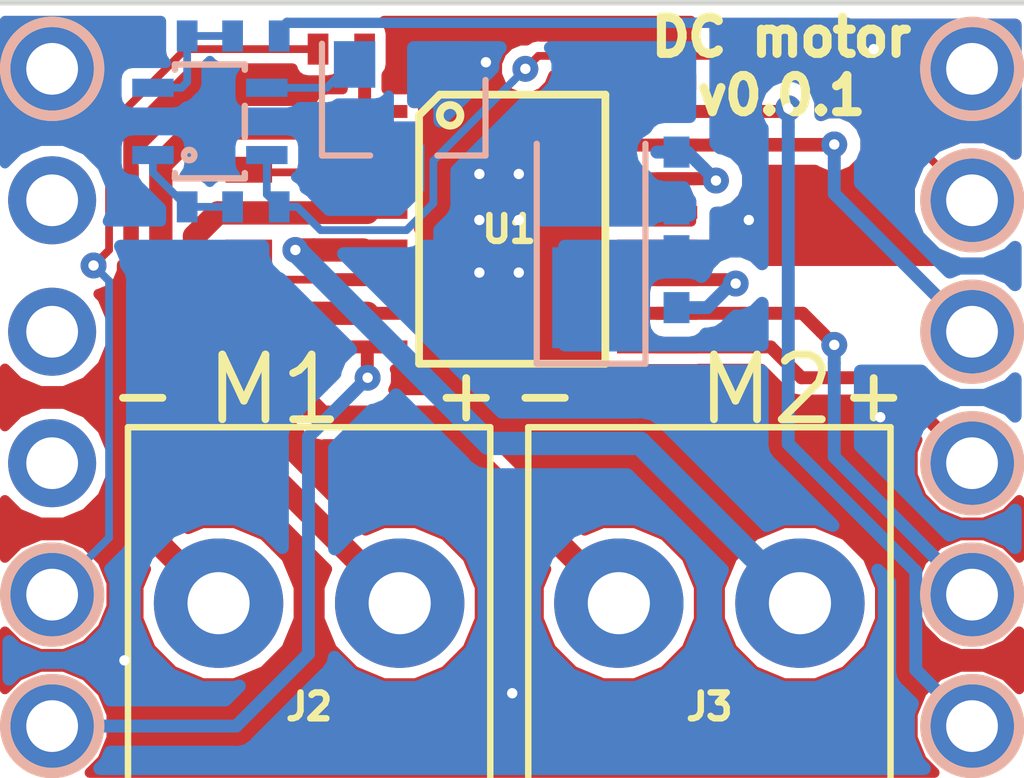
<source format=kicad_pcb>
(kicad_pcb (version 20171130) (host pcbnew "(5.0.1-3-g963ef8bb5)")

  (general
    (thickness 1.6)
    (drawings 27)
    (tracks 131)
    (zones 0)
    (modules 16)
    (nets 26)
  )

  (page A4)
  (layers
    (0 F.Cu signal hide)
    (31 B.Cu signal hide)
    (32 B.Adhes user hide)
    (33 F.Adhes user hide)
    (34 B.Paste user hide)
    (35 F.Paste user hide)
    (36 B.SilkS user)
    (37 F.SilkS user)
    (38 B.Mask user hide)
    (39 F.Mask user hide)
    (40 Dwgs.User user hide)
    (41 Cmts.User user hide)
    (42 Eco1.User user hide)
    (43 Eco2.User user hide)
    (44 Edge.Cuts user)
    (45 Margin user hide)
    (46 B.CrtYd user)
    (47 F.CrtYd user hide)
    (48 B.Fab user)
    (49 F.Fab user hide)
  )

  (setup
    (last_trace_width 0.15)
    (trace_clearance 0.2)
    (zone_clearance 0.2)
    (zone_45_only no)
    (trace_min 0.15)
    (segment_width 0.2)
    (edge_width 0.15)
    (via_size 0.5)
    (via_drill 0.2)
    (via_min_size 0.2)
    (via_min_drill 0.2)
    (uvia_size 0.3)
    (uvia_drill 0.1)
    (uvias_allowed no)
    (uvia_min_size 0.2)
    (uvia_min_drill 0.1)
    (pcb_text_width 0.3)
    (pcb_text_size 1.5 1.5)
    (mod_edge_width 0.15)
    (mod_text_size 1 1)
    (mod_text_width 0.15)
    (pad_size 1.524 1.524)
    (pad_drill 0.762)
    (pad_to_mask_clearance 0)
    (solder_mask_min_width 0.25)
    (aux_axis_origin 0 0)
    (grid_origin 90.412501 5.335001)
    (visible_elements 7EFFEF7F)
    (pcbplotparams
      (layerselection 0x3d0ef_ffffffff)
      (usegerberextensions false)
      (usegerberattributes false)
      (usegerberadvancedattributes false)
      (creategerberjobfile false)
      (excludeedgelayer true)
      (linewidth 0.100000)
      (plotframeref false)
      (viasonmask false)
      (mode 1)
      (useauxorigin false)
      (hpglpennumber 1)
      (hpglpenspeed 20)
      (hpglpendiameter 15.000000)
      (psnegative false)
      (psa4output false)
      (plotreference true)
      (plotvalue true)
      (plotinvisibletext false)
      (padsonsilk false)
      (subtractmaskfromsilk false)
      (outputformat 1)
      (mirror false)
      (drillshape 0)
      (scaleselection 1)
      (outputdirectory "gerber/"))
  )

  (net 0 "")
  (net 1 +3V3)
  (net 2 /Robus_PS)
  (net 3 /NO_PWM2)
  (net 4 /NO_PWM1)
  (net 5 /NC_PWM1)
  (net 6 /~nSLEEP)
  (net 7 "Net-(J1-Pad9)")
  (net 8 /NC_PWM2)
  (net 9 "Net-(J1-Pad10)")
  (net 10 /~nFAULT)
  (net 11 "Net-(J1-Pad8)")
  (net 12 "Net-(R1-Pad1)")
  (net 13 GND)
  (net 14 "Net-(R2-Pad1)")
  (net 15 "Net-(R3-Pad1)")
  (net 16 "Net-(J2-Pad1)")
  (net 17 "Net-(J2-Pad2)")
  (net 18 "Net-(J3-Pad2)")
  (net 19 "Net-(J3-Pad1)")
  (net 20 "Net-(C2-Pad2)")
  (net 21 "Net-(C3-Pad1)")
  (net 22 /Vmax)
  (net 23 "Net-(R6-Pad2)")
  (net 24 "Net-(Q1-Pad1)")
  (net 25 GNDPWR)

  (net_class Default "Ceci est la Netclass par défaut."
    (clearance 0.2)
    (trace_width 0.15)
    (via_dia 0.5)
    (via_drill 0.2)
    (uvia_dia 0.3)
    (uvia_drill 0.1)
    (add_net +3V3)
    (add_net /NC_PWM1)
    (add_net /NC_PWM2)
    (add_net /NO_PWM1)
    (add_net /NO_PWM2)
    (add_net /Robus_PS)
    (add_net /Vmax)
    (add_net /~nFAULT)
    (add_net /~nSLEEP)
    (add_net GND)
    (add_net GNDPWR)
    (add_net "Net-(C2-Pad2)")
    (add_net "Net-(C3-Pad1)")
    (add_net "Net-(J1-Pad10)")
    (add_net "Net-(J1-Pad8)")
    (add_net "Net-(J1-Pad9)")
    (add_net "Net-(Q1-Pad1)")
    (add_net "Net-(R1-Pad1)")
    (add_net "Net-(R2-Pad1)")
    (add_net "Net-(R3-Pad1)")
    (add_net "Net-(R6-Pad2)")
  )

  (net_class Moteur ""
    (clearance 0.2)
    (trace_width 0.45)
    (via_dia 0.5)
    (via_drill 0.2)
    (uvia_dia 0.3)
    (uvia_drill 0.1)
    (add_net "Net-(J2-Pad1)")
    (add_net "Net-(J2-Pad2)")
    (add_net "Net-(J3-Pad1)")
    (add_net "Net-(J3-Pad2)")
  )

  (module Common_Footprint:1776275-2 (layer F.Cu) (tedit 5B589473) (tstamp 5A9D22C7)
    (at 95.378201 2.960101)
    (path /5A9E07C2)
    (fp_text reference J2 (at 0 2) (layer F.SilkS)
      (effects (font (size 0.5 0.5) (thickness 0.125)))
    )
    (fp_text value 1776275-2 (at 0.2 -4.4) (layer F.Fab) hide
      (effects (font (size 1 1) (thickness 0.15)))
    )
    (fp_line (start -3.5 3.6) (end 3.5 3.6) (layer F.SilkS) (width 0.125))
    (fp_line (start 3.5 3.6) (end 3.5 -3.4) (layer F.SilkS) (width 0.125))
    (fp_line (start 3.5 -3.4) (end -3.5 -3.4) (layer F.SilkS) (width 0.125))
    (fp_line (start -3.5 -3.4) (end -3.5 3.6) (layer F.SilkS) (width 0.125))
    (pad 1 thru_hole circle (at -1.75 0) (size 2.5 2.5) (drill 1.2) (layers *.Cu *.Mask)
      (net 16 "Net-(J2-Pad1)"))
    (pad 2 thru_hole circle (at 1.75 0 180) (size 2.5 2.5) (drill 1.2) (layers *.Cu *.Mask)
      (net 17 "Net-(J2-Pad2)"))
    (model ${KISYS3DMOD}/c-1776275-2-a-3d.step
      (at (xyz 0 0 0))
      (scale (xyz 1 1 1))
      (rotate (xyz 0 0 0))
    )
  )

  (module Common_Footprint:1776275-2 (layer F.Cu) (tedit 5B589473) (tstamp 5A9D23E7)
    (at 103.112501 2.960101)
    (path /5A9E0ACD)
    (fp_text reference J3 (at 0 2) (layer F.SilkS)
      (effects (font (size 0.5 0.5) (thickness 0.125)))
    )
    (fp_text value 1776275-2 (at 0.2 -4.4) (layer F.Fab) hide
      (effects (font (size 1 1) (thickness 0.15)))
    )
    (fp_line (start -3.5 3.6) (end 3.5 3.6) (layer F.SilkS) (width 0.125))
    (fp_line (start 3.5 3.6) (end 3.5 -3.4) (layer F.SilkS) (width 0.125))
    (fp_line (start 3.5 -3.4) (end -3.5 -3.4) (layer F.SilkS) (width 0.125))
    (fp_line (start -3.5 -3.4) (end -3.5 3.6) (layer F.SilkS) (width 0.125))
    (pad 1 thru_hole circle (at -1.75 0) (size 2.5 2.5) (drill 1.2) (layers *.Cu *.Mask)
      (net 19 "Net-(J3-Pad1)"))
    (pad 2 thru_hole circle (at 1.75 0 180) (size 2.5 2.5) (drill 1.2) (layers *.Cu *.Mask)
      (net 18 "Net-(J3-Pad2)"))
    (model ${KISYS3DMOD}/c-1776275-2-a-3d.step
      (at (xyz 0 0 0))
      (scale (xyz 1 1 1))
      (rotate (xyz 0 0 0))
    )
  )

  (module Common_Footprint:SOT-23 (layer B.Cu) (tedit 5AB3C0F4) (tstamp 5A9DD5E5)
    (at 97.016501 -6.729999 270)
    (path /5A9E5DD0)
    (fp_text reference Q1 (at 0 2.5 270) (layer B.SilkS) hide
      (effects (font (size 1 1) (thickness 0.15)) (justify mirror))
    )
    (fp_text value PMV25ENEA (at 0 -2.5 270) (layer B.Fab) hide
      (effects (font (size 1 1) (thickness 0.15)) (justify mirror))
    )
    (fp_line (start -0.42 0.76) (end -0.42 -1.69) (layer B.Fab) (width 0.1))
    (fp_line (start 0.13 1.33) (end 0.98 1.33) (layer B.Fab) (width 0.1))
    (fp_line (start 1.04 -1.77) (end -0.42 -1.77) (layer B.SilkS) (width 0.12))
    (fp_line (start 1.04 1.39) (end -1.12 1.39) (layer B.SilkS) (width 0.12))
    (fp_line (start -1.42 -1.94) (end -1.42 1.56) (layer B.CrtYd) (width 0.05))
    (fp_line (start 1.98 -1.94) (end -1.42 -1.94) (layer B.CrtYd) (width 0.05))
    (fp_line (start 1.98 1.56) (end 1.98 -1.94) (layer B.CrtYd) (width 0.05))
    (fp_line (start -1.42 1.56) (end 1.98 1.56) (layer B.CrtYd) (width 0.05))
    (fp_line (start 1.04 1.39) (end 1.04 0.46) (layer B.SilkS) (width 0.12))
    (fp_line (start 1.04 -1.77) (end 1.04 -0.84) (layer B.SilkS) (width 0.12))
    (fp_line (start -0.42 -1.71) (end 0.98 -1.71) (layer B.Fab) (width 0.1))
    (fp_line (start 0.98 1.33) (end 0.98 -1.71) (layer B.Fab) (width 0.1))
    (fp_line (start -0.42 0.76) (end 0.13 1.33) (layer B.Fab) (width 0.1))
    (fp_text user %R (at 0.28 -0.19 180) (layer B.Fab)
      (effects (font (size 0.5 0.5) (thickness 0.075)) (justify mirror))
    )
    (pad 3 smd rect (at 1.28 -0.19 270) (size 0.9 0.8) (layers B.Cu B.Paste B.Mask)
      (net 13 GND))
    (pad 2 smd rect (at -0.72 -1.14 270) (size 0.9 0.8) (layers B.Cu B.Paste B.Mask)
      (net 25 GNDPWR))
    (pad 1 smd rect (at -0.72 0.76 270) (size 0.9 0.8) (layers B.Cu B.Paste B.Mask)
      (net 24 "Net-(Q1-Pad1)"))
    (model ${KISYS3DMOD}/SOT-23.step
      (offset (xyz 0.25 -0.15 0.5))
      (scale (xyz 1 1 1))
      (rotate (xyz -90 0 -90))
    )
  )

  (module Common_Footprint:R_0402_NoSilk (layer F.Cu) (tedit 5E8B6747) (tstamp 5A9D2407)
    (at 96.000501 -7.745999 180)
    (descr "Resistor SMD 0402, reflow soldering, Vishay (see dcrcw.pdf)")
    (tags "resistor 0402")
    (path /5A9DF2DE)
    (attr smd)
    (fp_text reference R1 (at -1.524 0 180) (layer F.Fab) hide
      (effects (font (size 0.75 0.75) (thickness 0.125)))
    )
    (fp_text value 20k (at 0 1.25 180) (layer F.Fab) hide
      (effects (font (size 1 1) (thickness 0.15)))
    )
    (fp_line (start 0.8 0.45) (end -0.8 0.45) (layer F.CrtYd) (width 0.05))
    (fp_line (start 0.8 0.45) (end 0.8 -0.45) (layer F.CrtYd) (width 0.05))
    (fp_line (start -0.8 -0.45) (end -0.8 0.45) (layer F.CrtYd) (width 0.05))
    (fp_line (start -0.8 -0.45) (end 0.8 -0.45) (layer F.CrtYd) (width 0.05))
    (fp_line (start -0.5 -0.25) (end 0.5 -0.25) (layer F.Fab) (width 0.1))
    (fp_line (start 0.5 -0.25) (end 0.5 0.25) (layer F.Fab) (width 0.1))
    (fp_line (start 0.5 0.25) (end -0.5 0.25) (layer F.Fab) (width 0.1))
    (fp_line (start -0.5 0.25) (end -0.5 -0.25) (layer F.Fab) (width 0.1))
    (pad 2 smd rect (at 0.45 0 180) (size 0.4 0.6) (layers F.Cu F.Paste F.Mask)
      (net 6 /~nSLEEP))
    (pad 1 smd rect (at -0.45 0 180) (size 0.4 0.6) (layers F.Cu F.Paste F.Mask)
      (net 12 "Net-(R1-Pad1)"))
    (model "${KISYS3DMOD}/0402 SMD Resistor.step"
      (at (xyz 0 0 0))
      (scale (xyz 1 1 1))
      (rotate (xyz 0 0 90))
    )
  )

  (module Common_Footprint:R_0603 (layer F.Cu) (tedit 5AB3A492) (tstamp 5AA00429)
    (at 94.212501 -3.064999 270)
    (descr "Resistor SMD 0603, reflow soldering, Vishay (see dcrcw.pdf)")
    (tags "resistor 0603")
    (path /5A9DE2E6)
    (attr smd)
    (fp_text reference R2 (at 0 -1.45 270) (layer F.SilkS) hide
      (effects (font (size 1 1) (thickness 0.15)))
    )
    (fp_text value 300m (at 0 1.5 270) (layer F.Fab) hide
      (effects (font (size 1 1) (thickness 0.15)))
    )
    (fp_line (start 1.25 0.7) (end -1.25 0.7) (layer F.CrtYd) (width 0.05))
    (fp_line (start 1.25 0.7) (end 1.25 -0.7) (layer F.CrtYd) (width 0.05))
    (fp_line (start -1.25 -0.7) (end -1.25 0.7) (layer F.CrtYd) (width 0.05))
    (fp_line (start -1.25 -0.7) (end 1.25 -0.7) (layer F.CrtYd) (width 0.05))
    (fp_line (start -0.8 -0.4) (end 0.8 -0.4) (layer F.Fab) (width 0.1))
    (fp_line (start 0.8 -0.4) (end 0.8 0.4) (layer F.Fab) (width 0.1))
    (fp_line (start 0.8 0.4) (end -0.8 0.4) (layer F.Fab) (width 0.1))
    (fp_line (start -0.8 0.4) (end -0.8 -0.4) (layer F.Fab) (width 0.1))
    (fp_text user %R (at 0 0 270) (layer F.Fab)
      (effects (font (size 0.4 0.4) (thickness 0.075)))
    )
    (pad 2 smd rect (at 0.75 0 270) (size 0.5 0.9) (layers F.Cu F.Paste F.Mask)
      (net 25 GNDPWR))
    (pad 1 smd rect (at -0.75 0 270) (size 0.5 0.9) (layers F.Cu F.Paste F.Mask)
      (net 14 "Net-(R2-Pad1)"))
    (model ${KISYS3DMOD}/0603_SMD_Resistor.step
      (at (xyz 0 0 0))
      (scale (xyz 1 1 1))
      (rotate (xyz 0 0 0))
    )
  )

  (module Common_Footprint:R_0603 (layer F.Cu) (tedit 5AB3A492) (tstamp 5AA00DD8)
    (at 94.212501 -6.164999 90)
    (descr "Resistor SMD 0603, reflow soldering, Vishay (see dcrcw.pdf)")
    (tags "resistor 0603")
    (path /5A9DE401)
    (attr smd)
    (fp_text reference R3 (at 0 -1.45 90) (layer F.SilkS) hide
      (effects (font (size 1 1) (thickness 0.15)))
    )
    (fp_text value 300m (at 0 1.5 90) (layer F.Fab) hide
      (effects (font (size 1 1) (thickness 0.15)))
    )
    (fp_line (start 1.25 0.7) (end -1.25 0.7) (layer F.CrtYd) (width 0.05))
    (fp_line (start 1.25 0.7) (end 1.25 -0.7) (layer F.CrtYd) (width 0.05))
    (fp_line (start -1.25 -0.7) (end -1.25 0.7) (layer F.CrtYd) (width 0.05))
    (fp_line (start -1.25 -0.7) (end 1.25 -0.7) (layer F.CrtYd) (width 0.05))
    (fp_line (start -0.8 -0.4) (end 0.8 -0.4) (layer F.Fab) (width 0.1))
    (fp_line (start 0.8 -0.4) (end 0.8 0.4) (layer F.Fab) (width 0.1))
    (fp_line (start 0.8 0.4) (end -0.8 0.4) (layer F.Fab) (width 0.1))
    (fp_line (start -0.8 0.4) (end -0.8 -0.4) (layer F.Fab) (width 0.1))
    (fp_text user %R (at 0 0 90) (layer F.Fab)
      (effects (font (size 0.4 0.4) (thickness 0.075)))
    )
    (pad 2 smd rect (at 0.75 0 90) (size 0.5 0.9) (layers F.Cu F.Paste F.Mask)
      (net 25 GNDPWR))
    (pad 1 smd rect (at -0.75 0 90) (size 0.5 0.9) (layers F.Cu F.Paste F.Mask)
      (net 15 "Net-(R3-Pad1)"))
    (model ${KISYS3DMOD}/0603_SMD_Resistor.step
      (at (xyz 0 0 0))
      (scale (xyz 1 1 1))
      (rotate (xyz 0 0 0))
    )
  )

  (module Common_Footprint:l0_Shield_Socket (layer F.Cu) (tedit 5C657850) (tstamp 5A9EF473)
    (at 99.300001 -1.014999)
    (path /5A9D7FAF)
    (fp_text reference J1 (at 0 0.5) (layer F.SilkS) hide
      (effects (font (size 1 1) (thickness 0.15)))
    )
    (fp_text value l0_Socket (at 0 -0.5) (layer F.Fab) hide
      (effects (font (size 1 1) (thickness 0.15)))
    )
    (fp_line (start -10.15 -7.625) (end -10.16 7.62) (layer Edge.Cuts) (width 0.1))
    (fp_line (start -10.15 -7.625) (end 10.15 -7.625) (layer Edge.Cuts) (width 0.1))
    (fp_line (start -10.16 7.62) (end 10.16 7.62) (layer Edge.Cuts) (width 0.1))
    (fp_line (start 10.15 -7.625) (end 10.16 7.62) (layer Edge.Cuts) (width 0.1))
    (pad 5 thru_hole circle (at 8.8875 -3.81 270) (size 1.7 1.7) (drill 1) (layers *.Cu *.Mask)
      (net 1 +3V3))
    (pad 6 thru_hole circle (at 8.8875 -6.35 270) (size 1.7 1.7) (drill 1) (layers *.Cu *.Mask)
      (net 2 /Robus_PS))
    (pad 2 thru_hole circle (at 8.8875 3.81 270) (size 1.7 1.7) (drill 1) (layers *.Cu *.Mask)
      (net 3 /NO_PWM2))
    (pad 4 thru_hole circle (at 8.8875 -1.27 270) (size 1.7 1.7) (drill 1) (layers *.Cu *.Mask)
      (net 4 /NO_PWM1))
    (pad 1 thru_hole circle (at 8.8875 6.35 270) (size 1.7 1.7) (drill 1) (layers *.Cu *.Mask)
      (net 5 /NC_PWM1))
    (pad 7 thru_hole circle (at -8.8875 -6.35 270) (size 1.7 1.7) (drill 1) (layers *.Cu *.Mask)
      (net 13 GND))
    (pad 11 thru_hole circle (at -8.8875 3.81 270) (size 1.7 1.7) (drill 1) (layers *.Cu *.Mask)
      (net 6 /~nSLEEP))
    (pad 9 thru_hole circle (at -8.8875 -1.27 270) (size 1.7 1.7) (drill 1) (layers *.Cu *.Mask)
      (net 7 "Net-(J1-Pad9)"))
    (pad 3 thru_hole circle (at 8.8875 1.27 270) (size 1.7 1.7) (drill 1) (layers *.Cu *.Mask)
      (net 8 /NC_PWM2))
    (pad 10 thru_hole circle (at -8.8875 1.27 270) (size 1.7 1.7) (drill 1) (layers *.Cu *.Mask)
      (net 9 "Net-(J1-Pad10)"))
    (pad 12 thru_hole circle (at -8.8875 6.35 270) (size 1.7 1.7) (drill 1) (layers *.Cu *.Mask)
      (net 10 /~nFAULT))
    (pad 8 thru_hole circle (at -8.8875 -3.81 270) (size 1.7 1.7) (drill 1) (layers *.Cu *.Mask)
      (net 11 "Net-(J1-Pad8)"))
  )

  (module Common_Footprint:SC-70-5 (layer B.Cu) (tedit 5C6D5B85) (tstamp 5A9FE5EC)
    (at 93.460501 -6.348999)
    (path /5A9E4134)
    (fp_text reference U2 (at -0.008 -0.096) (layer B.Fab)
      (effects (font (size 0.5 0.5) (thickness 0.125)) (justify mirror))
    )
    (fp_text value LMV301 (at 0.2 1.9) (layer B.Fab) hide
      (effects (font (size 1 1) (thickness 0.15)) (justify mirror))
    )
    (fp_circle (center -0.3937 0.6477) (end -0.2921 0.6477) (layer B.Fab) (width 0.1))
    (fp_line (start -0.6731 -1.1049) (end 0.6731 -1.1049) (layer B.Fab) (width 0.1))
    (fp_line (start -0.6731 0.6731) (end -0.6731 -1.1049) (layer B.Fab) (width 0.1))
    (fp_line (start -0.2921 1.1049) (end -0.6731 0.6858) (layer B.Fab) (width 0.1))
    (fp_line (start 0.6731 1.1049) (end -0.2921 1.1049) (layer B.Fab) (width 0.1))
    (fp_line (start 0.6731 -1.1049) (end 0.6731 1.1049) (layer B.Fab) (width 0.1))
    (fp_line (start -0.675 0.675) (end -0.3 1.1) (layer B.CrtYd) (width 0.125))
    (fp_line (start -0.675 0.675) (end -0.675 -1.1) (layer B.CrtYd) (width 0.125))
    (fp_line (start 0.675 1.1) (end -0.3 1.1) (layer B.CrtYd) (width 0.125))
    (fp_line (start 0.675 -1.1) (end 0.675 1.1) (layer B.CrtYd) (width 0.125))
    (fp_line (start -0.675 -1.1) (end 0.675 -1.1) (layer B.CrtYd) (width 0.125))
    (fp_line (start 0.675 0.3) (end 0.675 -0.3) (layer B.SilkS) (width 0.125))
    (fp_line (start 0.675 1.1) (end 0.675 1) (layer B.SilkS) (width 0.125))
    (fp_line (start -0.675 1) (end -0.675 1.1) (layer B.SilkS) (width 0.125))
    (fp_circle (center -0.4 0.65) (end -0.3 0.65) (layer B.SilkS) (width 0.125))
    (fp_line (start 0.675 -1.1) (end -0.675 -1.1) (layer B.SilkS) (width 0.125))
    (fp_line (start -0.675 -1.1) (end -0.675 -1) (layer B.SilkS) (width 0.125))
    (fp_line (start 0.675 -1) (end 0.675 -1.1) (layer B.SilkS) (width 0.125))
    (fp_line (start -0.675 1.1) (end 0.675 1.1) (layer B.SilkS) (width 0.125))
    (pad 5 smd rect (at 1.1 0.65) (size 0.8 0.35) (layers B.Cu B.Paste B.Mask)
      (net 1 +3V3))
    (pad 4 smd rect (at 1.1 -0.65) (size 0.8 0.35) (layers B.Cu B.Paste B.Mask)
      (net 24 "Net-(Q1-Pad1)"))
    (pad 3 smd rect (at -1.1 -0.65) (size 0.8 0.35) (layers B.Cu B.Paste B.Mask)
      (net 23 "Net-(R6-Pad2)"))
    (pad 2 smd rect (at -1.1 0) (size 0.8 0.35) (layers B.Cu B.Paste B.Mask)
      (net 13 GND))
    (pad 1 smd rect (at -1.1 0.65) (size 0.8 0.35) (layers B.Cu B.Paste B.Mask)
      (net 22 /Vmax))
    (model ${KISYS3DMOD}/SC-70-5.step
      (at (xyz 0 0 0))
      (scale (xyz 1 1 1))
      (rotate (xyz 0 0 -90))
    )
  )

  (module Common_Footprint:R_0402_NoSilk (layer B.Cu) (tedit 5E8B6747) (tstamp 5A9DD675)
    (at 92.571501 -7.999999 180)
    (descr "Resistor SMD 0402, reflow soldering, Vishay (see dcrcw.pdf)")
    (tags "resistor 0402")
    (path /5A9E41BE)
    (attr smd)
    (fp_text reference R7 (at 0 1.2 180) (layer B.Fab) hide
      (effects (font (size 1 1) (thickness 0.15)) (justify mirror))
    )
    (fp_text value 10K (at 0 -1.25 180) (layer B.Fab) hide
      (effects (font (size 1 1) (thickness 0.15)) (justify mirror))
    )
    (fp_line (start 0.8 -0.45) (end -0.8 -0.45) (layer B.CrtYd) (width 0.05))
    (fp_line (start 0.8 -0.45) (end 0.8 0.45) (layer B.CrtYd) (width 0.05))
    (fp_line (start -0.8 0.45) (end -0.8 -0.45) (layer B.CrtYd) (width 0.05))
    (fp_line (start -0.8 0.45) (end 0.8 0.45) (layer B.CrtYd) (width 0.05))
    (fp_line (start -0.5 0.25) (end 0.5 0.25) (layer B.Fab) (width 0.1))
    (fp_line (start 0.5 0.25) (end 0.5 -0.25) (layer B.Fab) (width 0.1))
    (fp_line (start 0.5 -0.25) (end -0.5 -0.25) (layer B.Fab) (width 0.1))
    (fp_line (start -0.5 -0.25) (end -0.5 0.25) (layer B.Fab) (width 0.1))
    (pad 2 smd rect (at 0.45 0 180) (size 0.4 0.6) (layers B.Cu B.Paste B.Mask)
      (net 13 GND))
    (pad 1 smd rect (at -0.45 0 180) (size 0.4 0.6) (layers B.Cu B.Paste B.Mask)
      (net 23 "Net-(R6-Pad2)"))
    (model "${KISYS3DMOD}/0402 SMD Resistor.step"
      (at (xyz 0 0 0))
      (scale (xyz 1 1 1))
      (rotate (xyz 0 0 90))
    )
  )

  (module Common_Footprint:R_0402_NoSilk (layer B.Cu) (tedit 5E8B6747) (tstamp 5A9DD666)
    (at 94.349501 -7.999999 180)
    (descr "Resistor SMD 0402, reflow soldering, Vishay (see dcrcw.pdf)")
    (tags "resistor 0402")
    (path /5A9E42EA)
    (attr smd)
    (fp_text reference R6 (at 0 1.2 180) (layer B.Fab) hide
      (effects (font (size 1 1) (thickness 0.15)) (justify mirror))
    )
    (fp_text value 68K (at 0 -1.25 180) (layer B.Fab) hide
      (effects (font (size 1 1) (thickness 0.15)) (justify mirror))
    )
    (fp_line (start 0.8 -0.45) (end -0.8 -0.45) (layer B.CrtYd) (width 0.05))
    (fp_line (start 0.8 -0.45) (end 0.8 0.45) (layer B.CrtYd) (width 0.05))
    (fp_line (start -0.8 0.45) (end -0.8 -0.45) (layer B.CrtYd) (width 0.05))
    (fp_line (start -0.8 0.45) (end 0.8 0.45) (layer B.CrtYd) (width 0.05))
    (fp_line (start -0.5 0.25) (end 0.5 0.25) (layer B.Fab) (width 0.1))
    (fp_line (start 0.5 0.25) (end 0.5 -0.25) (layer B.Fab) (width 0.1))
    (fp_line (start 0.5 -0.25) (end -0.5 -0.25) (layer B.Fab) (width 0.1))
    (fp_line (start -0.5 -0.25) (end -0.5 0.25) (layer B.Fab) (width 0.1))
    (pad 2 smd rect (at 0.45 0 180) (size 0.4 0.6) (layers B.Cu B.Paste B.Mask)
      (net 23 "Net-(R6-Pad2)"))
    (pad 1 smd rect (at -0.45 0 180) (size 0.4 0.6) (layers B.Cu B.Paste B.Mask)
      (net 2 /Robus_PS))
    (model "${KISYS3DMOD}/0402 SMD Resistor.step"
      (at (xyz 0 0 0))
      (scale (xyz 1 1 1))
      (rotate (xyz 0 0 90))
    )
  )

  (module Common_Footprint:R_0402_NoSilk (layer B.Cu) (tedit 5E8B6747) (tstamp 5A9DD657)
    (at 92.571501 -4.697999 180)
    (descr "Resistor SMD 0402, reflow soldering, Vishay (see dcrcw.pdf)")
    (tags "resistor 0402")
    (path /5A9E472E)
    (attr smd)
    (fp_text reference R5 (at 0 1.2 180) (layer B.Fab) hide
      (effects (font (size 1 1) (thickness 0.15)) (justify mirror))
    )
    (fp_text value 10K (at 0 -1.25 180) (layer B.Fab) hide
      (effects (font (size 1 1) (thickness 0.15)) (justify mirror))
    )
    (fp_line (start 0.8 -0.45) (end -0.8 -0.45) (layer B.CrtYd) (width 0.05))
    (fp_line (start 0.8 -0.45) (end 0.8 0.45) (layer B.CrtYd) (width 0.05))
    (fp_line (start -0.8 0.45) (end -0.8 -0.45) (layer B.CrtYd) (width 0.05))
    (fp_line (start -0.8 0.45) (end 0.8 0.45) (layer B.CrtYd) (width 0.05))
    (fp_line (start -0.5 0.25) (end 0.5 0.25) (layer B.Fab) (width 0.1))
    (fp_line (start 0.5 0.25) (end 0.5 -0.25) (layer B.Fab) (width 0.1))
    (fp_line (start 0.5 -0.25) (end -0.5 -0.25) (layer B.Fab) (width 0.1))
    (fp_line (start -0.5 -0.25) (end -0.5 0.25) (layer B.Fab) (width 0.1))
    (pad 2 smd rect (at 0.45 0 180) (size 0.4 0.6) (layers B.Cu B.Paste B.Mask)
      (net 13 GND))
    (pad 1 smd rect (at -0.45 0 180) (size 0.4 0.6) (layers B.Cu B.Paste B.Mask)
      (net 22 /Vmax))
    (model "${KISYS3DMOD}/0402 SMD Resistor.step"
      (at (xyz 0 0 0))
      (scale (xyz 1 1 1))
      (rotate (xyz 0 0 90))
    )
  )

  (module Common_Footprint:R_0402_NoSilk (layer B.Cu) (tedit 5E8B6747) (tstamp 5A9DD648)
    (at 94.349501 -4.697999 180)
    (descr "Resistor SMD 0402, reflow soldering, Vishay (see dcrcw.pdf)")
    (tags "resistor 0402")
    (path /5A9E4C17)
    (attr smd)
    (fp_text reference R4 (at 0 1.2 180) (layer B.Fab) hide
      (effects (font (size 1 1) (thickness 0.15)) (justify mirror))
    )
    (fp_text value 11.8K (at 0 -1.25 180) (layer B.Fab) hide
      (effects (font (size 1 1) (thickness 0.15)) (justify mirror))
    )
    (fp_line (start 0.8 -0.45) (end -0.8 -0.45) (layer B.CrtYd) (width 0.05))
    (fp_line (start 0.8 -0.45) (end 0.8 0.45) (layer B.CrtYd) (width 0.05))
    (fp_line (start -0.8 0.45) (end -0.8 -0.45) (layer B.CrtYd) (width 0.05))
    (fp_line (start -0.8 0.45) (end 0.8 0.45) (layer B.CrtYd) (width 0.05))
    (fp_line (start -0.5 0.25) (end 0.5 0.25) (layer B.Fab) (width 0.1))
    (fp_line (start 0.5 0.25) (end 0.5 -0.25) (layer B.Fab) (width 0.1))
    (fp_line (start 0.5 -0.25) (end -0.5 -0.25) (layer B.Fab) (width 0.1))
    (fp_line (start -0.5 -0.25) (end -0.5 0.25) (layer B.Fab) (width 0.1))
    (pad 2 smd rect (at 0.45 0 180) (size 0.4 0.6) (layers B.Cu B.Paste B.Mask)
      (net 22 /Vmax))
    (pad 1 smd rect (at -0.45 0 180) (size 0.4 0.6) (layers B.Cu B.Paste B.Mask)
      (net 1 +3V3))
    (model "${KISYS3DMOD}/0402 SMD Resistor.step"
      (at (xyz 0 0 0))
      (scale (xyz 1 1 1))
      (rotate (xyz 0 0 90))
    )
  )

  (module Common_Footprint:CP_Tantalum_Case-S_EIA-3216-12_Reflow (layer B.Cu) (tedit 5A9D1F82) (tstamp 5A9DCD64)
    (at 100.826501 -4.316999 90)
    (descr "Tantalum capacitor, Case S, EIA 3216-12, 3.2x1.6x1.2mm, Reflow soldering footprint")
    (tags "capacitor tantalum smd")
    (path /5A9DDF73)
    (attr smd)
    (fp_text reference C1 (at 0 2.55 90) (layer B.SilkS) hide
      (effects (font (size 1 1) (thickness 0.15)) (justify mirror))
    )
    (fp_text value 10µF (at 0 -2.55 90) (layer B.Fab) hide
      (effects (font (size 1 1) (thickness 0.15)) (justify mirror))
    )
    (fp_text user %R (at 0 0 90) (layer B.Fab)
      (effects (font (size 0.7 0.7) (thickness 0.105)) (justify mirror))
    )
    (fp_line (start -2.75 1.2) (end -2.75 -1.2) (layer B.CrtYd) (width 0.05))
    (fp_line (start -2.75 -1.2) (end 2.75 -1.2) (layer B.CrtYd) (width 0.05))
    (fp_line (start 2.75 -1.2) (end 2.75 1.2) (layer B.CrtYd) (width 0.05))
    (fp_line (start 2.75 1.2) (end -2.75 1.2) (layer B.CrtYd) (width 0.05))
    (fp_line (start -1.6 0.8) (end -1.6 -0.8) (layer B.Fab) (width 0.1))
    (fp_line (start -1.6 -0.8) (end 1.6 -0.8) (layer B.Fab) (width 0.1))
    (fp_line (start 1.6 -0.8) (end 1.6 0.8) (layer B.Fab) (width 0.1))
    (fp_line (start 1.6 0.8) (end -1.6 0.8) (layer B.Fab) (width 0.1))
    (fp_line (start -1.28 0.8) (end -1.28 -0.8) (layer B.Fab) (width 0.1))
    (fp_line (start -1.12 0.8) (end -1.12 -0.8) (layer B.Fab) (width 0.1))
    (fp_line (start -2.65 1.05) (end 1.6 1.05) (layer B.SilkS) (width 0.12))
    (fp_line (start -2.65 -1.05) (end 1.6 -1.05) (layer B.SilkS) (width 0.12))
    (fp_line (start -2.65 1.05) (end -2.65 -1.05) (layer B.SilkS) (width 0.12))
    (pad 1 smd rect (at -1.375 0 90) (size 1.95 1.5) (layers B.Cu B.Paste B.Mask)
      (net 2 /Robus_PS))
    (pad 2 smd rect (at 1.375 0 90) (size 1.95 1.5) (layers B.Cu B.Paste B.Mask)
      (net 25 GNDPWR))
    (model ${KISYS3DMOD}/CP_EIA-3216-18_Kemet-A.step
      (at (xyz 0 0 0))
      (scale (xyz 1 1 1))
      (rotate (xyz 0 0 0))
    )
  )

  (module Common_Footprint:HTSSOP-16 (layer F.Cu) (tedit 5A9D1D7F) (tstamp 5A9D22F3)
    (at 99.302501 -4.266199 270)
    (path /5A9D7EF9)
    (fp_text reference U1 (at 0.0012 0.06) (layer F.SilkS)
      (effects (font (size 0.5 0.5) (thickness 0.125)))
    )
    (fp_text value DRV8833 (at -0.2 -4.6 270) (layer F.Fab) hide
      (effects (font (size 1 1) (thickness 0.15)))
    )
    (fp_circle (center -2.2 1.2) (end -2 1.2) (layer F.SilkS) (width 0.15))
    (fp_line (start 2.6 1.8) (end -2.2 1.8) (layer F.SilkS) (width 0.15))
    (fp_line (start -2.2 1.8) (end -2.6 1.4) (layer F.SilkS) (width 0.15))
    (fp_line (start -2.6 1.4) (end -2.6 -1.8) (layer F.SilkS) (width 0.15))
    (fp_line (start -2.6 -1.8) (end 2.6 -1.8) (layer F.SilkS) (width 0.15))
    (fp_line (start 2.6 -1.8) (end 2.6 1.8) (layer F.SilkS) (width 0.15))
    (pad 16 smd rect (at -2.275 -2.8 270) (size 0.25 1.55) (layers F.Cu F.Paste F.Mask)
      (net 5 /NC_PWM1))
    (pad 15 smd rect (at -1.625 -2.8 270) (size 0.25 1.55) (layers F.Cu F.Paste F.Mask)
      (net 4 /NO_PWM1))
    (pad 14 smd rect (at -0.975 -2.8 270) (size 0.25 1.55) (layers F.Cu F.Paste F.Mask)
      (net 21 "Net-(C3-Pad1)"))
    (pad 13 smd rect (at -0.325 -2.8 270) (size 0.25 1.55) (layers F.Cu F.Paste F.Mask)
      (net 25 GNDPWR))
    (pad 12 smd rect (at 0.325 -2.8 270) (size 0.25 1.55) (layers F.Cu F.Paste F.Mask)
      (net 2 /Robus_PS))
    (pad 11 smd rect (at 0.975 -2.8 270) (size 0.25 1.55) (layers F.Cu F.Paste F.Mask)
      (net 20 "Net-(C2-Pad2)"))
    (pad 10 smd rect (at 1.625 -2.8 270) (size 0.25 1.55) (layers F.Cu F.Paste F.Mask)
      (net 3 /NO_PWM2))
    (pad 9 smd rect (at 2.275 -2.8 270) (size 0.25 1.55) (layers F.Cu F.Paste F.Mask)
      (net 8 /NC_PWM2))
    (pad 8 smd rect (at 2.275 2.8 270) (size 0.25 1.55) (layers F.Cu F.Paste F.Mask)
      (net 10 /~nFAULT))
    (pad 7 smd rect (at 1.625 2.8 270) (size 0.25 1.55) (layers F.Cu F.Paste F.Mask)
      (net 19 "Net-(J3-Pad1)"))
    (pad 6 smd rect (at 0.975 2.8 270) (size 0.25 1.55) (layers F.Cu F.Paste F.Mask)
      (net 14 "Net-(R2-Pad1)"))
    (pad 5 smd rect (at 0.325 2.8 270) (size 0.25 1.55) (layers F.Cu F.Paste F.Mask)
      (net 18 "Net-(J3-Pad2)"))
    (pad 4 smd rect (at -0.325 2.8 270) (size 0.25 1.55) (layers F.Cu F.Paste F.Mask)
      (net 17 "Net-(J2-Pad2)"))
    (pad 3 smd rect (at -0.975 2.8 270) (size 0.25 1.55) (layers F.Cu F.Paste F.Mask)
      (net 15 "Net-(R3-Pad1)"))
    (pad 2 smd rect (at -1.625 2.8 270) (size 0.25 1.55) (layers F.Cu F.Paste F.Mask)
      (net 16 "Net-(J2-Pad1)"))
    (pad 1 smd rect (at -2.275 2.8 270) (size 0.25 1.55) (layers F.Cu F.Paste F.Mask)
      (net 12 "Net-(R1-Pad1)"))
    (pad 13 smd rect (at 0 0 270) (size 2.31 2.46) (layers F.Cu F.Paste F.Mask)
      (net 25 GNDPWR))
    (model ${KISYS3DMOD}/TSSOP-16.step
      (at (xyz 0 0 0))
      (scale (xyz 1 1 1))
      (rotate (xyz 0 0 -90))
    )
  )

  (module Common_Footprint:C_0402_NoSilk (layer B.Cu) (tedit 5E8B679F) (tstamp 5A9D22A2)
    (at 102.477501 -5.205999 270)
    (descr "Capacitor SMD 0402, reflow soldering, AVX (see smccp.pdf)")
    (tags "capacitor 0402")
    (path /5A9DE5DC)
    (attr smd)
    (fp_text reference C3 (at 0 1.27 270) (layer B.SilkS) hide
      (effects (font (size 1 1) (thickness 0.15)) (justify mirror))
    )
    (fp_text value 2,2µF (at 0 -1.27 270) (layer B.Fab) hide
      (effects (font (size 1 1) (thickness 0.15)) (justify mirror))
    )
    (fp_text user %R (at -0.01 -0.01 270) (layer B.Fab)
      (effects (font (size 0.3 0.3) (thickness 0.075)) (justify mirror))
    )
    (fp_line (start -0.5 -0.25) (end -0.5 0.25) (layer B.Fab) (width 0.1))
    (fp_line (start 0.5 -0.25) (end -0.5 -0.25) (layer B.Fab) (width 0.1))
    (fp_line (start 0.5 0.25) (end 0.5 -0.25) (layer B.Fab) (width 0.1))
    (fp_line (start -0.5 0.25) (end 0.5 0.25) (layer B.Fab) (width 0.1))
    (fp_line (start -1 0.4) (end 1 0.4) (layer B.CrtYd) (width 0.05))
    (fp_line (start -1 0.4) (end -1 -0.4) (layer B.CrtYd) (width 0.05))
    (fp_line (start 1 -0.4) (end 1 0.4) (layer B.CrtYd) (width 0.05))
    (fp_line (start 1 -0.4) (end -1 -0.4) (layer B.CrtYd) (width 0.05))
    (pad 1 smd rect (at -0.55 0 270) (size 0.6 0.5) (layers B.Cu B.Paste B.Mask)
      (net 21 "Net-(C3-Pad1)"))
    (pad 2 smd rect (at 0.55 0 270) (size 0.6 0.5) (layers B.Cu B.Paste B.Mask)
      (net 25 GNDPWR))
    (model "${KISYS3DMOD}/0402 SMD Capacitor.step"
      (at (xyz 0 0 0))
      (scale (xyz 1 1 1))
      (rotate (xyz -90 0 0))
    )
  )

  (module Common_Footprint:C_0402_NoSilk (layer B.Cu) (tedit 5E8B679F) (tstamp 5A9D23C2)
    (at 102.477501 -3.300999 270)
    (descr "Capacitor SMD 0402, reflow soldering, AVX (see smccp.pdf)")
    (tags "capacitor 0402")
    (path /5A9D80E5)
    (attr smd)
    (fp_text reference C2 (at 0 1.27 270) (layer B.SilkS) hide
      (effects (font (size 1 1) (thickness 0.15)) (justify mirror))
    )
    (fp_text value 10nF (at 0 -1.27 270) (layer B.Fab) hide
      (effects (font (size 1 1) (thickness 0.15)) (justify mirror))
    )
    (fp_text user %R (at -0.01 -0.01 270) (layer B.Fab)
      (effects (font (size 0.3 0.3) (thickness 0.075)) (justify mirror))
    )
    (fp_line (start -0.5 -0.25) (end -0.5 0.25) (layer B.Fab) (width 0.1))
    (fp_line (start 0.5 -0.25) (end -0.5 -0.25) (layer B.Fab) (width 0.1))
    (fp_line (start 0.5 0.25) (end 0.5 -0.25) (layer B.Fab) (width 0.1))
    (fp_line (start -0.5 0.25) (end 0.5 0.25) (layer B.Fab) (width 0.1))
    (fp_line (start -1 0.4) (end 1 0.4) (layer B.CrtYd) (width 0.05))
    (fp_line (start -1 0.4) (end -1 -0.4) (layer B.CrtYd) (width 0.05))
    (fp_line (start 1 -0.4) (end 1 0.4) (layer B.CrtYd) (width 0.05))
    (fp_line (start 1 -0.4) (end -1 -0.4) (layer B.CrtYd) (width 0.05))
    (pad 1 smd rect (at -0.55 0 270) (size 0.6 0.5) (layers B.Cu B.Paste B.Mask)
      (net 2 /Robus_PS))
    (pad 2 smd rect (at 0.55 0 270) (size 0.6 0.5) (layers B.Cu B.Paste B.Mask)
      (net 20 "Net-(C2-Pad2)"))
    (model "${KISYS3DMOD}/0402 SMD Capacitor.step"
      (at (xyz 0 0 0))
      (scale (xyz 1 1 1))
      (rotate (xyz -90 0 0))
    )
  )

  (gr_text "DC motor\nv0.0.1" (at 104.502501 -7.414999) (layer F.SilkS)
    (effects (font (size 0.7 0.7) (thickness 0.175)))
  )
  (dimension 20.32 (width 0.3) (layer Dwgs.User)
    (gr_text "20,320 mm" (at 99.302501 10.495001) (layer Dwgs.User)
      (effects (font (size 1.5 1.5) (thickness 0.3)))
    )
    (feature1 (pts (xy 109.462501 6.605001) (xy 109.462501 11.845001)))
    (feature2 (pts (xy 89.142501 6.605001) (xy 89.142501 11.845001)))
    (crossbar (pts (xy 89.142501 9.145001) (xy 109.462501 9.145001)))
    (arrow1a (pts (xy 109.462501 9.145001) (xy 108.335997 9.731422)))
    (arrow1b (pts (xy 109.462501 9.145001) (xy 108.335997 8.55858)))
    (arrow2a (pts (xy 89.142501 9.145001) (xy 90.269005 9.731422)))
    (arrow2b (pts (xy 89.142501 9.145001) (xy 90.269005 8.55858)))
  )
  (dimension 15.24 (width 0.3) (layer Dwgs.User)
    (gr_text "15,240 mm" (at 83.982501 -1.014999 90) (layer Dwgs.User)
      (effects (font (size 1.5 1.5) (thickness 0.3)))
    )
    (feature1 (pts (xy 89.142501 -8.634999) (xy 82.632501 -8.634999)))
    (feature2 (pts (xy 89.142501 6.605001) (xy 82.632501 6.605001)))
    (crossbar (pts (xy 85.332501 6.605001) (xy 85.332501 -8.634999)))
    (arrow1a (pts (xy 85.332501 -8.634999) (xy 85.918922 -7.508495)))
    (arrow1b (pts (xy 85.332501 -8.634999) (xy 84.74608 -7.508495)))
    (arrow2a (pts (xy 85.332501 6.605001) (xy 85.918922 5.478497)))
    (arrow2b (pts (xy 85.332501 6.605001) (xy 84.74608 5.478497)))
  )
  (gr_text - (at 92.162501 -1.082099) (layer F.SilkS) (tstamp 5A9EC050)
    (effects (font (size 1 1) (thickness 0.15)))
  )
  (gr_text - (at 99.937501 -1.082099) (layer F.SilkS) (tstamp 5A9EBF63)
    (effects (font (size 1 1) (thickness 0.15)))
  )
  (gr_text + (at 98.413501 -1.082099) (layer F.SilkS) (tstamp 5A9EBE3B)
    (effects (font (size 1 1) (thickness 0.15)))
  )
  (gr_text + (at 106.287501 -1.082099) (layer F.SilkS)
    (effects (font (size 1 1) (thickness 0.15)))
  )
  (gr_text M2 (at 104.212501 -1.164999) (layer F.SilkS) (tstamp 5A9EBC1C)
    (effects (font (size 1.25 1.25) (thickness 0.15)))
  )
  (gr_text M1 (at 94.712501 -1.164999) (layer F.SilkS)
    (effects (font (size 1.25 1.25) (thickness 0.15)))
  )
  (gr_circle (center 108.192501 5.335001) (end 109.1 5.335001) (layer B.SilkS) (width 0.2) (tstamp 5A9EB6EA))
  (gr_circle (center 108.192501 2.795001) (end 109.1 2.795001) (layer B.SilkS) (width 0.2) (tstamp 5A9EB6EA))
  (gr_circle (center 108.192501 0.255001) (end 109.1 0.255001) (layer B.SilkS) (width 0.2) (tstamp 5A9EB6EA))
  (gr_circle (center 108.192501 -2.284999) (end 109.1 -2.284999) (layer B.SilkS) (width 0.2) (tstamp 5A9EB6EA))
  (gr_circle (center 108.192501 -4.824999) (end 109.1 -4.824999) (layer B.SilkS) (width 0.2) (tstamp 5A9EB6EA))
  (gr_circle (center 108.192501 -7.364999) (end 109.1 -7.364999) (layer B.SilkS) (width 0.2) (tstamp 5A9EB6EA))
  (gr_circle (center 90.412501 -7.364999) (end 91.32 -7.364999) (layer B.SilkS) (width 0.2) (tstamp 5A9EB6EA))
  (gr_circle (center 90.412501 2.795001) (end 91.32 2.795001) (layer B.SilkS) (width 0.2) (tstamp 5A9EB6EA))
  (gr_circle (center 90.412501 5.335001) (end 91.32 5.335001) (layer B.SilkS) (width 0.2) (tstamp 5A9EB422))
  (gr_circle (center 90.412501 -7.364999) (end 91.32 -7.364999) (layer F.SilkS) (width 0.2) (tstamp 5A9EB422))
  (gr_circle (center 90.412501 2.795001) (end 91.32 2.795001) (layer F.SilkS) (width 0.2) (tstamp 5A9EB422))
  (gr_circle (center 90.412501 5.335001) (end 91.32 5.335001) (layer F.SilkS) (width 0.2) (tstamp 5A9EB422))
  (gr_circle (center 108.192501 5.335001) (end 109.1 5.335001) (layer F.SilkS) (width 0.2) (tstamp 5A9EB422))
  (gr_circle (center 108.192501 2.795001) (end 109.1 2.795001) (layer F.SilkS) (width 0.2) (tstamp 5A9EB422))
  (gr_circle (center 108.192501 0.255001) (end 109.1 0.255001) (layer F.SilkS) (width 0.2) (tstamp 5A9EB422))
  (gr_circle (center 108.192501 -2.284999) (end 109.1 -2.284999) (layer F.SilkS) (width 0.2) (tstamp 5A9EB422))
  (gr_circle (center 108.192501 -7.364999) (end 109.1 -7.364999) (layer F.SilkS) (width 0.2) (tstamp 5A9EB422))
  (gr_circle (center 108.192501 -4.824999) (end 109.1 -4.824999) (layer F.SilkS) (width 0.2) (tstamp 5A9EAF5A))

  (segment (start 97.778501 -5.586999) (end 99.306502 -7.115) (width 0.15) (layer B.Cu) (net 1))
  (segment (start 97.260503 -4.247999) (end 97.778501 -4.765997) (width 0.15) (layer B.Cu) (net 1))
  (segment (start 97.778501 -4.765997) (end 97.778501 -5.586999) (width 0.15) (layer B.Cu) (net 1))
  (segment (start 99.306502 -7.115) (end 99.556501 -7.364999) (width 0.15) (layer B.Cu) (net 1))
  (segment (start 95.149501 -4.697999) (end 95.599501 -4.247999) (width 0.15) (layer B.Cu) (net 1))
  (segment (start 95.599501 -4.247999) (end 97.260503 -4.247999) (width 0.15) (layer B.Cu) (net 1))
  (segment (start 94.799501 -4.697999) (end 95.149501 -4.697999) (width 0.15) (layer B.Cu) (net 1))
  (via (at 99.556501 -7.364999) (size 0.5) (drill 0.2) (layers F.Cu B.Cu) (net 1))
  (segment (start 94.560501 -5.698999) (end 94.560501 -4.936999) (width 0.15) (layer B.Cu) (net 1))
  (segment (start 94.560501 -4.936999) (end 94.799501 -4.697999) (width 0.15) (layer B.Cu) (net 1))
  (segment (start 99.556501 -7.364999) (end 99.8065 -7.614998) (width 0.15) (layer F.Cu) (net 1))
  (segment (start 99.8065 -7.614998) (end 105.397502 -7.614998) (width 0.15) (layer F.Cu) (net 1))
  (segment (start 105.397502 -7.614998) (end 107.425502 -5.586998) (width 0.15) (layer F.Cu) (net 1))
  (segment (start 107.425502 -5.586998) (end 108.187501 -4.824999) (width 0.15) (layer F.Cu) (net 1))
  (segment (start 105.779501 -8.253999) (end 94.953501 -8.253999) (width 0.2) (layer B.Cu) (net 2))
  (segment (start 106.287501 -7.745999) (end 105.779501 -8.253999) (width 0.2) (layer B.Cu) (net 2))
  (segment (start 94.953501 -8.253999) (end 94.799501 -8.099999) (width 0.2) (layer B.Cu) (net 2))
  (segment (start 94.799501 -8.099999) (end 94.799501 -7.999999) (width 0.2) (layer B.Cu) (net 2))
  (via (at 106.287501 -7.745999) (size 0.5) (drill 0.2) (layers F.Cu B.Cu) (net 2))
  (via (at 103.874501 -4.443999) (size 0.5) (drill 0.2) (layers F.Cu B.Cu) (net 2))
  (segment (start 108.187501 -7.364999) (end 107.430501 -7.364999) (width 0.6) (layer B.Cu) (net 2))
  (segment (start 105.275502 -2.280998) (end 105.525501 -2.030999) (width 0.25) (layer F.Cu) (net 3))
  (segment (start 108.187501 2.795001) (end 105.525501 0.133001) (width 0.25) (layer B.Cu) (net 3))
  (segment (start 105.525501 0.133001) (end 105.525501 -1.677446) (width 0.25) (layer B.Cu) (net 3))
  (segment (start 105.525501 -1.677446) (end 105.525501 -2.030999) (width 0.25) (layer B.Cu) (net 3))
  (segment (start 104.915301 -2.641199) (end 105.275502 -2.280998) (width 0.25) (layer F.Cu) (net 3))
  (segment (start 102.102501 -2.641199) (end 104.915301 -2.641199) (width 0.25) (layer F.Cu) (net 3))
  (via (at 105.525501 -2.030999) (size 0.5) (drill 0.2) (layers F.Cu B.Cu) (net 3))
  (via (at 105.525501 -5.904499) (size 0.5) (drill 0.2) (layers F.Cu B.Cu) (net 4))
  (segment (start 107.938501 -2.538999) (end 107.938501 -2.284999) (width 0.25) (layer B.Cu) (net 4))
  (segment (start 105.525501 -5.904499) (end 105.525501 -4.951999) (width 0.25) (layer B.Cu) (net 4))
  (segment (start 105.525501 -4.951999) (end 107.938501 -2.538999) (width 0.25) (layer B.Cu) (net 4))
  (segment (start 102.102501 -5.891199) (end 105.512201 -5.891199) (width 0.25) (layer F.Cu) (net 4))
  (segment (start 105.512201 -5.891199) (end 105.525501 -5.904499) (width 0.25) (layer F.Cu) (net 4))
  (segment (start 103.140801 -5.904499) (end 105.525501 -5.904499) (width 0.25) (layer F.Cu) (net 4))
  (segment (start 108.187501 5.335001) (end 107.1005 4.248) (width 0.25) (layer B.Cu) (net 5))
  (segment (start 107.1005 2.34441) (end 104.636501 -0.119589) (width 0.25) (layer B.Cu) (net 5))
  (segment (start 104.636501 -0.119589) (end 104.636501 -6.249446) (width 0.25) (layer B.Cu) (net 5))
  (segment (start 104.636501 -6.249446) (end 104.636501 -6.602999) (width 0.25) (layer B.Cu) (net 5))
  (segment (start 107.1005 4.248) (end 107.1005 2.34441) (width 0.25) (layer B.Cu) (net 5))
  (segment (start 104.574701 -6.541199) (end 104.636501 -6.602999) (width 0.25) (layer F.Cu) (net 5))
  (segment (start 102.102501 -6.541199) (end 104.574701 -6.541199) (width 0.25) (layer F.Cu) (net 5))
  (via (at 104.636501 -6.602999) (size 0.5) (drill 0.2) (layers F.Cu B.Cu) (net 5))
  (segment (start 91.212501 -3.564999) (end 91.512501 -3.264999) (width 0.15) (layer B.Cu) (net 6))
  (segment (start 90.412501 2.795001) (end 91.512501 1.695001) (width 0.15) (layer B.Cu) (net 6))
  (segment (start 91.512501 1.695001) (end 91.512501 -3.264999) (width 0.15) (layer B.Cu) (net 6))
  (segment (start 92.991499 -7.745999) (end 91.512501 -6.267001) (width 0.15) (layer F.Cu) (net 6))
  (segment (start 95.550501 -7.745999) (end 92.991499 -7.745999) (width 0.15) (layer F.Cu) (net 6))
  (segment (start 91.512501 -6.267001) (end 91.512501 -3.864999) (width 0.15) (layer F.Cu) (net 6))
  (segment (start 91.512501 -3.864999) (end 91.4625 -3.814998) (width 0.15) (layer F.Cu) (net 6))
  (segment (start 91.4625 -3.814998) (end 91.212501 -3.564999) (width 0.15) (layer F.Cu) (net 6))
  (via (at 91.212501 -3.564999) (size 0.5) (drill 0.2) (layers F.Cu B.Cu) (net 6))
  (segment (start 104.295301 -1.991199) (end 104.890501 -1.395999) (width 0.25) (layer F.Cu) (net 8))
  (segment (start 102.102501 -1.991199) (end 104.295301 -1.991199) (width 0.25) (layer F.Cu) (net 8))
  (segment (start 104.890501 -1.395999) (end 106.536501 -1.395999) (width 0.25) (layer F.Cu) (net 8))
  (segment (start 106.536501 -1.395999) (end 108.187501 0.255001) (width 0.25) (layer F.Cu) (net 8))
  (segment (start 95.365501 -0.252999) (end 95.365501 3.938001) (width 0.25) (layer B.Cu) (net 10))
  (segment (start 96.508501 -1.395999) (end 95.365501 -0.252999) (width 0.25) (layer B.Cu) (net 10))
  (segment (start 95.365501 3.938001) (end 93.968501 5.335001) (width 0.25) (layer B.Cu) (net 10))
  (segment (start 93.968501 5.335001) (end 91.490131 5.335001) (width 0.25) (layer B.Cu) (net 10))
  (segment (start 91.490131 5.335001) (end 90.412501 5.335001) (width 0.25) (layer B.Cu) (net 10))
  (segment (start 96.502501 -1.401999) (end 96.508501 -1.395999) (width 0.25) (layer F.Cu) (net 10))
  (segment (start 96.502501 -1.991199) (end 96.502501 -1.401999) (width 0.25) (layer F.Cu) (net 10))
  (via (at 96.508501 -1.395999) (size 0.5) (drill 0.2) (layers F.Cu B.Cu) (net 10))
  (segment (start 96.450501 -7.745999) (end 96.450501 -6.593199) (width 0.25) (layer F.Cu) (net 12))
  (segment (start 96.450501 -6.593199) (end 96.502501 -6.541199) (width 0.25) (layer F.Cu) (net 12))
  (segment (start 90.412501 -7.364999) (end 91.1745 -8.126998) (width 0.15) (layer B.Cu) (net 13))
  (segment (start 91.1745 -8.126998) (end 91.994502 -8.126998) (width 0.15) (layer B.Cu) (net 13))
  (segment (start 91.994502 -8.126998) (end 92.121501 -7.999999) (width 0.15) (layer B.Cu) (net 13))
  (segment (start 96.502501 -3.291199) (end 94.336301 -3.291199) (width 0.15) (layer F.Cu) (net 14))
  (segment (start 94.336301 -3.291199) (end 94.212501 -3.414999) (width 0.15) (layer F.Cu) (net 14))
  (segment (start 94.212501 -3.414999) (end 94.212501 -3.814999) (width 0.15) (layer F.Cu) (net 14))
  (segment (start 95.436301 -5.241199) (end 95.312501 -5.364999) (width 0.15) (layer F.Cu) (net 15))
  (segment (start 96.502501 -5.241199) (end 95.436301 -5.241199) (width 0.15) (layer F.Cu) (net 15))
  (segment (start 95.312501 -5.364999) (end 94.262501 -5.364999) (width 0.15) (layer F.Cu) (net 15))
  (segment (start 94.262501 -5.364999) (end 94.212501 -5.314999) (width 0.15) (layer F.Cu) (net 15))
  (segment (start 92.512501 1.844401) (end 92.512501 -5.527999) (width 0.45) (layer F.Cu) (net 16))
  (segment (start 93.628201 2.960101) (end 92.512501 1.844401) (width 0.45) (layer F.Cu) (net 16))
  (segment (start 92.512501 -5.527999) (end 93.206501 -6.221999) (width 0.45) (layer F.Cu) (net 16))
  (segment (start 93.206501 -6.221999) (end 95.246701 -6.221999) (width 0.45) (layer F.Cu) (net 16))
  (segment (start 95.246701 -6.221999) (end 95.577501 -5.891199) (width 0.45) (layer F.Cu) (net 16))
  (segment (start 95.577501 -5.891199) (end 96.502501 -5.891199) (width 0.45) (layer F.Cu) (net 16))
  (segment (start 97.128201 2.960101) (end 93.162512 -1.005588) (width 0.45) (layer F.Cu) (net 17))
  (segment (start 93.162512 -1.005588) (end 93.162512 -4.130012) (width 0.45) (layer F.Cu) (net 17))
  (segment (start 93.613498 -4.580998) (end 95.4673 -4.580998) (width 0.45) (layer F.Cu) (net 17))
  (segment (start 93.162512 -4.130012) (end 93.613498 -4.580998) (width 0.45) (layer F.Cu) (net 17))
  (segment (start 95.477501 -4.591199) (end 96.502501 -4.591199) (width 0.45) (layer F.Cu) (net 17))
  (segment (start 101.776401 -0.125999) (end 98.851502 -0.125999) (width 0.45) (layer B.Cu) (net 18))
  (segment (start 95.362512 -3.614989) (end 95.112513 -3.864988) (width 0.45) (layer B.Cu) (net 18))
  (segment (start 98.851502 -0.125999) (end 95.362512 -3.614989) (width 0.45) (layer B.Cu) (net 18))
  (segment (start 95.466066 -3.864988) (end 95.112513 -3.864988) (width 0.45) (layer F.Cu) (net 18))
  (via (at 95.112513 -3.864988) (size 0.5) (drill 0.2) (layers F.Cu B.Cu) (net 18))
  (segment (start 96.42629 -3.864988) (end 95.466066 -3.864988) (width 0.45) (layer F.Cu) (net 18))
  (segment (start 104.862501 2.960101) (end 101.776401 -0.125999) (width 0.45) (layer B.Cu) (net 18))
  (segment (start 95.477501 -2.641199) (end 95.111501 -2.275199) (width 0.45) (layer F.Cu) (net 19))
  (segment (start 96.502501 -2.641199) (end 95.477501 -2.641199) (width 0.45) (layer F.Cu) (net 19))
  (segment (start 95.111501 -2.275199) (end 95.111501 -1.141999) (width 0.45) (layer F.Cu) (net 19))
  (segment (start 95.111501 -1.141999) (end 95.619501 -0.633999) (width 0.45) (layer F.Cu) (net 19))
  (segment (start 95.619501 -0.633999) (end 97.768401 -0.633999) (width 0.45) (layer F.Cu) (net 19))
  (segment (start 97.768401 -0.633999) (end 101.362501 2.960101) (width 0.45) (layer F.Cu) (net 19))
  (segment (start 103.070501 -2.750999) (end 102.477501 -2.750999) (width 0.25) (layer B.Cu) (net 20))
  (segment (start 103.535701 -3.216199) (end 103.070501 -2.750999) (width 0.25) (layer B.Cu) (net 20))
  (segment (start 103.620501 -3.216199) (end 103.535701 -3.216199) (width 0.25) (layer B.Cu) (net 20))
  (segment (start 103.545501 -3.291199) (end 103.620501 -3.216199) (width 0.25) (layer F.Cu) (net 20))
  (segment (start 102.102501 -3.291199) (end 103.545501 -3.291199) (width 0.25) (layer F.Cu) (net 20))
  (via (at 103.620501 -3.216199) (size 0.5) (drill 0.2) (layers F.Cu B.Cu) (net 20))
  (segment (start 102.989502 -5.455998) (end 103.239501 -5.205999) (width 0.25) (layer B.Cu) (net 21))
  (segment (start 102.689501 -5.755999) (end 102.989502 -5.455998) (width 0.25) (layer B.Cu) (net 21))
  (segment (start 102.096501 -5.755999) (end 102.689501 -5.755999) (width 0.25) (layer B.Cu) (net 21))
  (segment (start 103.204301 -5.241199) (end 103.239501 -5.205999) (width 0.25) (layer F.Cu) (net 21))
  (segment (start 102.102501 -5.241199) (end 103.204301 -5.241199) (width 0.25) (layer F.Cu) (net 21))
  (via (at 103.239501 -5.205999) (size 0.5) (drill 0.2) (layers F.Cu B.Cu) (net 21))
  (segment (start 93.021501 -4.697999) (end 93.899501 -4.697999) (width 0.15) (layer B.Cu) (net 22))
  (segment (start 92.360501 -5.698999) (end 92.360501 -5.358999) (width 0.15) (layer B.Cu) (net 22))
  (segment (start 92.360501 -5.358999) (end 93.021501 -4.697999) (width 0.15) (layer B.Cu) (net 22))
  (segment (start 92.910501 -6.998999) (end 93.021501 -7.109999) (width 0.15) (layer B.Cu) (net 23))
  (segment (start 92.360501 -6.998999) (end 92.910501 -6.998999) (width 0.15) (layer B.Cu) (net 23))
  (segment (start 93.021501 -7.109999) (end 93.021501 -7.999999) (width 0.15) (layer B.Cu) (net 23))
  (segment (start 93.899501 -7.999999) (end 93.021501 -7.999999) (width 0.15) (layer B.Cu) (net 23))
  (segment (start 94.560501 -6.998999) (end 95.716501 -6.998999) (width 0.15) (layer B.Cu) (net 24))
  (segment (start 95.716501 -6.998999) (end 96.066501 -7.348999) (width 0.15) (layer B.Cu) (net 24))
  (via (at 106.414501 -0.633999) (size 0.5) (drill 0.2) (layers F.Cu B.Cu) (net 25))
  (via (at 99.302501 4.700001) (size 0.5) (drill 0.2) (layers F.Cu B.Cu) (net 25))
  (via (at 98.794501 -7.491999) (size 0.5) (drill 0.2) (layers F.Cu B.Cu) (net 25))
  (via (at 91.809501 4.065001) (size 0.5) (drill 0.2) (layers F.Cu B.Cu) (net 25))
  (via (at 99.429501 -3.427999) (size 0.5) (drill 0.2) (layers F.Cu B.Cu) (net 25))
  (via (at 98.667501 -3.427999) (size 0.5) (drill 0.2) (layers F.Cu B.Cu) (net 25))
  (via (at 98.667501 -4.443999) (size 0.5) (drill 0.2) (layers F.Cu B.Cu) (net 25))
  (via (at 98.667501 -5.332999) (size 0.5) (drill 0.2) (layers F.Cu B.Cu) (net 25))
  (via (at 99.429501 -5.332999) (size 0.5) (drill 0.2) (layers F.Cu B.Cu) (net 25))
  (via (at 99.429501 -4.443999) (size 0.5) (drill 0.2) (layers F.Cu B.Cu) (net 25))

  (zone (net 2) (net_name /Robus_PS) (layer F.Cu) (tstamp 0) (hatch none 0.508)
    (connect_pads yes (clearance 0.254))
    (min_thickness 0.254)
    (fill yes (arc_segments 16) (thermal_gap 0.254) (thermal_bridge_width 0.508))
    (polygon
      (pts
        (xy 103.112501 -8.634999) (xy 103.112501 -5.078999) (xy 103.112501 -4.062999) (xy 101.334501 -4.062999) (xy 101.334501 -3.554999)
        (xy 109.462501 -3.554999) (xy 109.462501 -8.634999)
      )
    )
    (filled_polygon
      (pts
        (xy 107.056453 -5.311165) (xy 106.956501 -5.06986) (xy 106.956501 -4.580138) (xy 107.143909 -4.127693) (xy 107.490195 -3.781407)
        (xy 107.730188 -3.681999) (xy 104.04707 -3.681999) (xy 103.977934 -3.751135) (xy 103.746015 -3.847199) (xy 103.494987 -3.847199)
        (xy 103.374276 -3.797199) (xy 102.915025 -3.797199) (xy 102.877501 -3.804663) (xy 101.461501 -3.804663) (xy 101.461501 -3.935999)
        (xy 103.112501 -3.935999) (xy 103.161102 -3.945666) (xy 103.202304 -3.973196) (xy 103.229834 -4.014398) (xy 103.239501 -4.062999)
        (xy 103.239501 -4.333155) (xy 103.265965 -4.466199) (xy 103.265965 -4.574999) (xy 103.365015 -4.574999) (xy 103.596934 -4.671063)
        (xy 103.774437 -4.848566) (xy 103.870501 -5.080485) (xy 103.870501 -5.331513) (xy 103.848264 -5.385199) (xy 105.152432 -5.385199)
        (xy 105.168068 -5.369563) (xy 105.399987 -5.273499) (xy 105.651015 -5.273499) (xy 105.882934 -5.369563) (xy 106.060437 -5.547066)
        (xy 106.156501 -5.778985) (xy 106.156501 -6.030013) (xy 106.060437 -6.261932) (xy 105.882934 -6.439435) (xy 105.651015 -6.535499)
        (xy 105.399987 -6.535499) (xy 105.267501 -6.480621) (xy 105.267501 -6.728513) (xy 105.171437 -6.960432) (xy 104.993934 -7.137935)
        (xy 104.943083 -7.158998) (xy 105.208621 -7.158998)
      )
    )
    (filled_polygon
      (pts
        (xy 109.019001 -5.734397) (xy 108.884807 -5.868591) (xy 108.432362 -6.055999) (xy 107.94264 -6.055999) (xy 107.701335 -5.956047)
        (xy 106.110263 -7.547119) (xy 107.374968 -7.547119) (xy 107.374968 -7.222879) (xy 107.49905 -6.92332) (xy 107.728322 -6.694048)
        (xy 108.027881 -6.569966) (xy 108.352121 -6.569966) (xy 108.65168 -6.694048) (xy 108.880952 -6.92332) (xy 109.005034 -7.222879)
        (xy 109.005034 -7.547119) (xy 108.880952 -7.846678) (xy 108.65168 -8.07595) (xy 108.352121 -8.200032) (xy 108.027881 -8.200032)
        (xy 107.728322 -8.07595) (xy 107.49905 -7.846678) (xy 107.374968 -7.547119) (xy 106.110263 -7.547119) (xy 105.751698 -7.905683)
        (xy 105.726259 -7.943755) (xy 105.575424 -8.04454) (xy 105.442411 -8.070998) (xy 105.442406 -8.070998) (xy 105.397502 -8.07993)
        (xy 105.352598 -8.070998) (xy 103.239501 -8.070998) (xy 103.239501 -8.208999) (xy 109.019001 -8.208999)
      )
    )
  )
  (zone (net 13) (net_name GND) (layer B.Cu) (tstamp 0) (hatch edge 0.508)
    (connect_pads yes (clearance 0.2))
    (min_thickness 0.2)
    (fill yes (arc_segments 16) (thermal_gap 0.254) (thermal_bridge_width 0.508))
    (polygon
      (pts
        (xy 97.524501 -4.697999) (xy 97.524501 -4.316999) (xy 89.142501 -4.316999) (xy 89.142501 -8.634999) (xy 97.016501 -8.634999)
        (xy 97.016501 -6.348999) (xy 97.524501 -6.348999)
      )
    )
    (filled_polygon
      (pts
        (xy 92.515624 -7.699999) (xy 92.538908 -7.582945) (xy 92.605213 -7.483711) (xy 92.610953 -7.479876) (xy 91.960501 -7.479876)
        (xy 91.843447 -7.456592) (xy 91.744213 -7.390287) (xy 91.677908 -7.291053) (xy 91.654624 -7.173999) (xy 91.654624 -6.823999)
        (xy 91.677908 -6.706945) (xy 91.744213 -6.607711) (xy 91.843447 -6.541406) (xy 91.960501 -6.518122) (xy 92.760501 -6.518122)
        (xy 92.877555 -6.541406) (xy 92.976789 -6.607711) (xy 92.99384 -6.63323) (xy 93.056818 -6.645757) (xy 93.18086 -6.72864)
        (xy 93.201781 -6.75995) (xy 93.260551 -6.81872) (xy 93.29186 -6.83964) (xy 93.374743 -6.963682) (xy 93.396501 -7.073068)
        (xy 93.396501 -7.073073) (xy 93.403846 -7.109999) (xy 93.396501 -7.146925) (xy 93.396501 -7.456124) (xy 93.437789 -7.483711)
        (xy 93.460501 -7.517702) (xy 93.483213 -7.483711) (xy 93.582447 -7.417406) (xy 93.699501 -7.394122) (xy 93.949953 -7.394122)
        (xy 93.944213 -7.390287) (xy 93.877908 -7.291053) (xy 93.854624 -7.173999) (xy 93.854624 -6.823999) (xy 93.877908 -6.706945)
        (xy 93.944213 -6.607711) (xy 94.043447 -6.541406) (xy 94.160501 -6.518122) (xy 94.960501 -6.518122) (xy 95.077555 -6.541406)
        (xy 95.176789 -6.607711) (xy 95.187672 -6.623999) (xy 95.679575 -6.623999) (xy 95.716501 -6.616654) (xy 95.753427 -6.623999)
        (xy 95.753432 -6.623999) (xy 95.862818 -6.645757) (xy 95.935201 -6.694122) (xy 96.656501 -6.694122) (xy 96.773555 -6.717406)
        (xy 96.872789 -6.783711) (xy 96.916501 -6.849132) (xy 96.916501 -6.348999) (xy 96.924113 -6.310731) (xy 96.94579 -6.278288)
        (xy 96.978233 -6.256611) (xy 97.016501 -6.248999) (xy 97.424501 -6.248999) (xy 97.424501 -5.729501) (xy 97.396156 -5.586999)
        (xy 97.403502 -5.550068) (xy 97.403501 -4.921327) (xy 97.105174 -4.622999) (xy 95.754831 -4.622999) (xy 95.44078 -4.937049)
        (xy 95.41986 -4.968358) (xy 95.295818 -5.051241) (xy 95.294745 -5.051454) (xy 95.282094 -5.115053) (xy 95.215789 -5.214287)
        (xy 95.126378 -5.274028) (xy 95.176789 -5.307711) (xy 95.243094 -5.406945) (xy 95.266378 -5.523999) (xy 95.266378 -5.873999)
        (xy 95.243094 -5.991053) (xy 95.176789 -6.090287) (xy 95.077555 -6.156592) (xy 94.960501 -6.179876) (xy 94.160501 -6.179876)
        (xy 94.043447 -6.156592) (xy 93.944213 -6.090287) (xy 93.877908 -5.991053) (xy 93.854624 -5.873999) (xy 93.854624 -5.523999)
        (xy 93.877908 -5.406945) (xy 93.944213 -5.307711) (xy 93.949953 -5.303876) (xy 93.699501 -5.303876) (xy 93.582447 -5.280592)
        (xy 93.483213 -5.214287) (xy 93.460501 -5.180296) (xy 93.437789 -5.214287) (xy 93.338555 -5.280592) (xy 93.221501 -5.303876)
        (xy 92.971049 -5.303876) (xy 92.976789 -5.307711) (xy 93.043094 -5.406945) (xy 93.066378 -5.523999) (xy 93.066378 -5.873999)
        (xy 93.043094 -5.991053) (xy 92.976789 -6.090287) (xy 92.877555 -6.156592) (xy 92.760501 -6.179876) (xy 91.960501 -6.179876)
        (xy 91.843447 -6.156592) (xy 91.744213 -6.090287) (xy 91.677908 -5.991053) (xy 91.654624 -5.873999) (xy 91.654624 -5.523999)
        (xy 91.677908 -5.406945) (xy 91.744213 -5.307711) (xy 91.843447 -5.241406) (xy 91.960501 -5.218122) (xy 92.006178 -5.218122)
        (xy 92.00726 -5.212681) (xy 92.069222 -5.119949) (xy 92.069224 -5.119947) (xy 92.090143 -5.08864) (xy 92.121449 -5.067722)
        (xy 92.515624 -4.673546) (xy 92.515624 -4.416999) (xy 91.488253 -4.416999) (xy 91.562501 -4.59625) (xy 91.562501 -5.053748)
        (xy 91.387424 -5.476422) (xy 91.063924 -5.799922) (xy 90.64125 -5.974999) (xy 90.183752 -5.974999) (xy 89.761078 -5.799922)
        (xy 89.500001 -5.538845) (xy 89.500001 -7.384999) (xy 89.660001 -7.384999) (xy 89.717091 -7.097986) (xy 89.879671 -6.854669)
        (xy 90.122988 -6.692089) (xy 90.410001 -6.634999) (xy 90.697014 -6.692089) (xy 90.940331 -6.854669) (xy 91.102911 -7.097986)
        (xy 91.160001 -7.384999) (xy 91.102911 -7.672012) (xy 90.940331 -7.915329) (xy 90.697014 -8.077909) (xy 90.410001 -8.134999)
        (xy 90.122988 -8.077909) (xy 89.879671 -7.915329) (xy 89.717091 -7.672012) (xy 89.660001 -7.384999) (xy 89.500001 -7.384999)
        (xy 89.500001 -8.289999) (xy 92.515624 -8.289999)
      )
    )
    (filled_polygon
      (pts
        (xy 90.429135 -7.431193) (xy 90.445356 -7.420354) (xy 90.456195 -7.404133) (xy 90.460001 -7.384999) (xy 90.456195 -7.365865)
        (xy 90.445356 -7.349644) (xy 90.429135 -7.338805) (xy 90.410001 -7.334999) (xy 90.390867 -7.338805) (xy 90.374646 -7.349644)
        (xy 90.363807 -7.365865) (xy 90.360001 -7.384999) (xy 90.363807 -7.404133) (xy 90.374646 -7.420354) (xy 90.390867 -7.431193)
        (xy 90.410001 -7.434999)
      )
    )
  )
  (zone (net 2) (net_name /Robus_PS) (layer B.Cu) (tstamp 5A9D9835) (hatch edge 0.508)
    (connect_pads yes (clearance 0.254))
    (min_thickness 0.254)
    (fill yes (arc_segments 16) (thermal_gap 0.254) (thermal_bridge_width 0.508))
    (polygon
      (pts
        (xy 103.112501 -8.634999) (xy 103.112501 -8.507999) (xy 103.112501 -5.078999) (xy 103.112501 -4.062999) (xy 100.191501 -4.062999)
        (xy 100.191501 -1.903999) (xy 109.462501 -1.903999) (xy 109.462501 -8.634999)
      )
    )
    (filled_polygon
      (pts
        (xy 109.019001 -5.734397) (xy 108.884807 -5.868591) (xy 108.432362 -6.055999) (xy 107.94264 -6.055999) (xy 107.490195 -5.868591)
        (xy 107.143909 -5.522305) (xy 106.956501 -5.06986) (xy 106.956501 -4.580138) (xy 107.143909 -4.127693) (xy 107.490195 -3.781407)
        (xy 107.94264 -3.593999) (xy 108.432362 -3.593999) (xy 108.884807 -3.781407) (xy 109.019001 -3.915601) (xy 109.019001 -3.194397)
        (xy 108.884807 -3.328591) (xy 108.432362 -3.515999) (xy 107.94264 -3.515999) (xy 107.75487 -3.438222) (xy 106.031501 -5.16159)
        (xy 106.031501 -5.51813) (xy 106.060437 -5.547066) (xy 106.156501 -5.778985) (xy 106.156501 -6.030013) (xy 106.060437 -6.261932)
        (xy 105.882934 -6.439435) (xy 105.651015 -6.535499) (xy 105.399987 -6.535499) (xy 105.267501 -6.480621) (xy 105.267501 -6.728513)
        (xy 105.171437 -6.960432) (xy 104.993934 -7.137935) (xy 104.762015 -7.233999) (xy 104.510987 -7.233999) (xy 104.279068 -7.137935)
        (xy 104.101565 -6.960432) (xy 104.005501 -6.728513) (xy 104.005501 -6.477485) (xy 104.101565 -6.245566) (xy 104.130501 -6.21663)
        (xy 104.130501 -6.199612) (xy 104.130502 -6.199607) (xy 104.130502 -3.598567) (xy 103.977934 -3.751135) (xy 103.746015 -3.847199)
        (xy 103.494987 -3.847199) (xy 103.263068 -3.751135) (xy 103.085565 -3.573632) (xy 103.020527 -3.416617) (xy 102.958671 -3.354761)
        (xy 102.87616 -3.409893) (xy 102.727501 -3.439463) (xy 102.227501 -3.439463) (xy 102.078842 -3.409893) (xy 101.952815 -3.325685)
        (xy 101.868607 -3.199658) (xy 101.839037 -3.050999) (xy 101.839037 -2.450999) (xy 101.868607 -2.30234) (xy 101.952815 -2.176313)
        (xy 102.078842 -2.092105) (xy 102.227501 -2.062535) (xy 102.727501 -2.062535) (xy 102.87616 -2.092105) (xy 103.002187 -2.176313)
        (xy 103.044865 -2.240186) (xy 103.070501 -2.235086) (xy 103.120335 -2.244999) (xy 103.120336 -2.244999) (xy 103.267932 -2.274358)
        (xy 103.435307 -2.386193) (xy 103.463539 -2.428446) (xy 103.620292 -2.585199) (xy 103.746015 -2.585199) (xy 103.977934 -2.681263)
        (xy 104.130501 -2.83383) (xy 104.130501 -2.030999) (xy 100.318501 -2.030999) (xy 100.318501 -3.935999) (xy 103.112501 -3.935999)
        (xy 103.161102 -3.945666) (xy 103.202304 -3.973196) (xy 103.229834 -4.014398) (xy 103.239501 -4.062999) (xy 103.239501 -4.574999)
        (xy 103.365015 -4.574999) (xy 103.596934 -4.671063) (xy 103.774437 -4.848566) (xy 103.870501 -5.080485) (xy 103.870501 -5.331513)
        (xy 103.774437 -5.563432) (xy 103.596934 -5.740935) (xy 103.365015 -5.836999) (xy 103.324092 -5.836999) (xy 103.239501 -5.92159)
        (xy 103.239501 -7.547119) (xy 107.374968 -7.547119) (xy 107.374968 -7.222879) (xy 107.49905 -6.92332) (xy 107.728322 -6.694048)
        (xy 108.027881 -6.569966) (xy 108.352121 -6.569966) (xy 108.65168 -6.694048) (xy 108.880952 -6.92332) (xy 109.005034 -7.222879)
        (xy 109.005034 -7.547119) (xy 108.880952 -7.846678) (xy 108.65168 -8.07595) (xy 108.352121 -8.200032) (xy 108.027881 -8.200032)
        (xy 107.728322 -8.07595) (xy 107.49905 -7.846678) (xy 107.374968 -7.547119) (xy 103.239501 -7.547119) (xy 103.239501 -8.208999)
        (xy 109.019001 -8.208999)
      )
    )
  )
  (zone (net 25) (net_name GNDPWR) (layer F.Cu) (tstamp 0) (hatch none 0.508)
    (connect_pads yes (clearance 0.2))
    (min_thickness 0.2)
    (fill yes (arc_segments 16) (thermal_gap 0.254) (thermal_bridge_width 0.508))
    (polygon
      (pts
        (xy 89.142501 -8.634999) (xy 89.142501 5.589001) (xy 90.158501 6.605001) (xy 108.446501 6.605001) (xy 109.462501 5.716001)
        (xy 109.462501 -3.300999) (xy 101.080501 -3.300999) (xy 101.080501 -4.316999) (xy 102.858501 -4.316999) (xy 102.858501 -8.634999)
      )
    )
    (filled_polygon
      (pts
        (xy 102.758501 -7.989998) (xy 99.843426 -7.989998) (xy 99.8065 -7.997343) (xy 99.769573 -7.989998) (xy 99.769569 -7.989998)
        (xy 99.660183 -7.96824) (xy 99.660182 -7.968239) (xy 99.660181 -7.968239) (xy 99.580502 -7.914999) (xy 99.447099 -7.914999)
        (xy 99.244951 -7.831266) (xy 99.090234 -7.676549) (xy 99.006501 -7.474401) (xy 99.006501 -7.255597) (xy 99.090234 -7.053449)
        (xy 99.244951 -6.898732) (xy 99.447099 -6.814999) (xy 99.665903 -6.814999) (xy 99.868051 -6.898732) (xy 100.022768 -7.053449)
        (xy 100.10004 -7.239998) (xy 102.758501 -7.239998) (xy 102.758501 -6.972076) (xy 101.327501 -6.972076) (xy 101.210447 -6.948792)
        (xy 101.111213 -6.882487) (xy 101.044908 -6.783253) (xy 101.021624 -6.666199) (xy 101.021624 -6.416199) (xy 101.044908 -6.299145)
        (xy 101.10033 -6.216199) (xy 101.044908 -6.133253) (xy 101.021624 -6.016199) (xy 101.021624 -5.766199) (xy 101.044908 -5.649145)
        (xy 101.10033 -5.566199) (xy 101.044908 -5.483253) (xy 101.021624 -5.366199) (xy 101.021624 -5.116199) (xy 101.044908 -4.999145)
        (xy 101.111213 -4.899911) (xy 101.210447 -4.833606) (xy 101.327501 -4.810322) (xy 102.758501 -4.810322) (xy 102.758501 -4.416999)
        (xy 101.080501 -4.416999) (xy 101.042233 -4.409387) (xy 101.00979 -4.38771) (xy 100.988113 -4.355267) (xy 100.980501 -4.316999)
        (xy 100.980501 -3.300999) (xy 100.988113 -3.262731) (xy 101.00979 -3.230288) (xy 101.021624 -3.222381) (xy 101.021624 -3.166199)
        (xy 101.044908 -3.049145) (xy 101.10033 -2.966199) (xy 101.044908 -2.883253) (xy 101.021624 -2.766199) (xy 101.021624 -2.516199)
        (xy 101.044908 -2.399145) (xy 101.10033 -2.316199) (xy 101.044908 -2.233253) (xy 101.021624 -2.116199) (xy 101.021624 -1.866199)
        (xy 101.044908 -1.749145) (xy 101.111213 -1.649911) (xy 101.210447 -1.583606) (xy 101.327501 -1.560322) (xy 102.877501 -1.560322)
        (xy 102.907046 -1.566199) (xy 104.119261 -1.566199) (xy 104.560382 -1.125077) (xy 104.584093 -1.089591) (xy 104.619578 -1.065881)
        (xy 104.724674 -0.995658) (xy 104.890501 -0.962673) (xy 104.932358 -0.970999) (xy 106.360461 -0.970999) (xy 107.131288 -0.200171)
        (xy 107.037501 0.026252) (xy 107.037501 0.48375) (xy 107.212578 0.906424) (xy 107.536078 1.229924) (xy 107.958752 1.405001)
        (xy 108.41625 1.405001) (xy 108.838924 1.229924) (xy 109.100002 0.968846) (xy 109.100002 2.081156) (xy 108.838924 1.820078)
        (xy 108.41625 1.645001) (xy 107.958752 1.645001) (xy 107.536078 1.820078) (xy 107.212578 2.143578) (xy 107.037501 2.566252)
        (xy 107.037501 3.02375) (xy 107.212578 3.446424) (xy 107.536078 3.769924) (xy 107.958752 3.945001) (xy 108.41625 3.945001)
        (xy 108.838924 3.769924) (xy 109.100002 3.508846) (xy 109.100002 4.621156) (xy 108.838924 4.360078) (xy 108.41625 4.185001)
        (xy 107.958752 4.185001) (xy 107.536078 4.360078) (xy 107.212578 4.683578) (xy 107.037501 5.106252) (xy 107.037501 5.56375)
        (xy 107.212578 5.986424) (xy 107.461155 6.235001) (xy 91.138847 6.235001) (xy 91.387424 5.986424) (xy 91.562501 5.56375)
        (xy 91.562501 5.106252) (xy 91.387424 4.683578) (xy 91.063924 4.360078) (xy 90.64125 4.185001) (xy 90.183752 4.185001)
        (xy 89.761078 4.360078) (xy 89.500001 4.621155) (xy 89.500001 3.508847) (xy 89.761078 3.769924) (xy 90.183752 3.945001)
        (xy 90.64125 3.945001) (xy 91.063924 3.769924) (xy 91.387424 3.446424) (xy 91.562501 3.02375) (xy 91.562501 2.566252)
        (xy 91.387424 2.143578) (xy 91.063924 1.820078) (xy 90.64125 1.645001) (xy 90.183752 1.645001) (xy 89.761078 1.820078)
        (xy 89.500001 2.081155) (xy 89.500001 0.968847) (xy 89.761078 1.229924) (xy 90.183752 1.405001) (xy 90.64125 1.405001)
        (xy 91.063924 1.229924) (xy 91.387424 0.906424) (xy 91.562501 0.48375) (xy 91.562501 0.026252) (xy 91.387424 -0.396422)
        (xy 91.063924 -0.719922) (xy 90.64125 -0.894999) (xy 90.183752 -0.894999) (xy 89.761078 -0.719922) (xy 89.500001 -0.458845)
        (xy 89.500001 -1.571153) (xy 89.761078 -1.310076) (xy 90.183752 -1.134999) (xy 90.64125 -1.134999) (xy 91.063924 -1.310076)
        (xy 91.387424 -1.633576) (xy 91.562501 -2.05625) (xy 91.562501 -2.513748) (xy 91.387424 -2.936422) (xy 91.308847 -3.014999)
        (xy 91.321903 -3.014999) (xy 91.524051 -3.098732) (xy 91.678768 -3.253449) (xy 91.762501 -3.455597) (xy 91.762501 -3.581036)
        (xy 91.78286 -3.59464) (xy 91.865743 -3.718682) (xy 91.887501 -3.828068) (xy 91.887501 -3.828072) (xy 91.894846 -3.864998)
        (xy 91.887501 -3.901925) (xy 91.887501 -6.111672) (xy 93.146829 -7.370999) (xy 95.059543 -7.370999) (xy 95.067908 -7.328945)
        (xy 95.134213 -7.229711) (xy 95.233447 -7.163406) (xy 95.350501 -7.140122) (xy 95.750501 -7.140122) (xy 95.867555 -7.163406)
        (xy 95.966789 -7.229711) (xy 96.000501 -7.280165) (xy 96.025501 -7.242749) (xy 96.025502 -6.972076) (xy 95.727501 -6.972076)
        (xy 95.610447 -6.948792) (xy 95.511213 -6.882487) (xy 95.444908 -6.783253) (xy 95.432395 -6.720347) (xy 95.298407 -6.746999)
        (xy 95.246701 -6.757284) (xy 95.194995 -6.746999) (xy 93.258206 -6.746999) (xy 93.2065 -6.757284) (xy 93.001656 -6.716538)
        (xy 92.827997 -6.600503) (xy 92.798706 -6.556666) (xy 92.177834 -5.935793) (xy 92.133998 -5.906503) (xy 92.062783 -5.799922)
        (xy 92.017962 -5.732843) (xy 91.977216 -5.527999) (xy 91.987502 -5.476288) (xy 91.987501 1.792695) (xy 91.977216 1.844401)
        (xy 91.987501 1.896106) (xy 92.017962 2.049245) (xy 92.133997 2.222905) (xy 92.177836 2.252198) (xy 92.224421 2.298782)
        (xy 92.078201 2.651787) (xy 92.078201 3.268415) (xy 92.314175 3.838105) (xy 92.750197 4.274127) (xy 93.319887 4.510101)
        (xy 93.936515 4.510101) (xy 94.506205 4.274127) (xy 94.942227 3.838105) (xy 95.178201 3.268415) (xy 95.178201 2.651787)
        (xy 94.942227 2.082097) (xy 94.506205 1.646075) (xy 93.936515 1.410101) (xy 93.319887 1.410101) (xy 93.037501 1.527069)
        (xy 93.037501 -0.388138) (xy 95.724421 2.298782) (xy 95.578201 2.651787) (xy 95.578201 3.268415) (xy 95.814175 3.838105)
        (xy 96.250197 4.274127) (xy 96.819887 4.510101) (xy 97.436515 4.510101) (xy 98.006205 4.274127) (xy 98.442227 3.838105)
        (xy 98.678201 3.268415) (xy 98.678201 2.651787) (xy 98.442227 2.082097) (xy 98.006205 1.646075) (xy 97.436515 1.410101)
        (xy 96.819887 1.410101) (xy 96.466882 1.556321) (xy 93.687512 -1.223049) (xy 93.687512 -3.274039) (xy 93.762501 -3.259122)
        (xy 93.865647 -3.259122) (xy 93.942142 -3.14464) (xy 93.973452 -3.123719) (xy 94.045021 -3.05215) (xy 94.065942 -3.02084)
        (xy 94.189984 -2.937957) (xy 94.29937 -2.916199) (xy 94.299375 -2.916199) (xy 94.336301 -2.908854) (xy 94.373227 -2.916199)
        (xy 95.010039 -2.916199) (xy 94.776836 -2.682995) (xy 94.732997 -2.653703) (xy 94.639483 -2.513748) (xy 94.616962 -2.480043)
        (xy 94.576216 -2.275199) (xy 94.586501 -2.223492) (xy 94.586502 -1.19371) (xy 94.576216 -1.141999) (xy 94.616962 -0.937155)
        (xy 94.616963 -0.937154) (xy 94.732998 -0.763495) (xy 94.776834 -0.734205) (xy 95.211706 -0.299332) (xy 95.240997 -0.255495)
        (xy 95.414656 -0.13946) (xy 95.567795 -0.108999) (xy 95.6195 -0.098714) (xy 95.671205 -0.108999) (xy 97.55094 -0.108999)
        (xy 99.958721 2.298782) (xy 99.812501 2.651787) (xy 99.812501 3.268415) (xy 100.048475 3.838105) (xy 100.484497 4.274127)
        (xy 101.054187 4.510101) (xy 101.670815 4.510101) (xy 102.240505 4.274127) (xy 102.676527 3.838105) (xy 102.912501 3.268415)
        (xy 102.912501 2.651787) (xy 103.312501 2.651787) (xy 103.312501 3.268415) (xy 103.548475 3.838105) (xy 103.984497 4.274127)
        (xy 104.554187 4.510101) (xy 105.170815 4.510101) (xy 105.740505 4.274127) (xy 106.176527 3.838105) (xy 106.412501 3.268415)
        (xy 106.412501 2.651787) (xy 106.176527 2.082097) (xy 105.740505 1.646075) (xy 105.170815 1.410101) (xy 104.554187 1.410101)
        (xy 103.984497 1.646075) (xy 103.548475 2.082097) (xy 103.312501 2.651787) (xy 102.912501 2.651787) (xy 102.676527 2.082097)
        (xy 102.240505 1.646075) (xy 101.670815 1.410101) (xy 101.054187 1.410101) (xy 100.701182 1.556321) (xy 98.176198 -0.968663)
        (xy 98.146905 -1.012503) (xy 97.973246 -1.128538) (xy 97.820107 -1.158999) (xy 97.768401 -1.169284) (xy 97.716695 -1.158999)
        (xy 97.005648 -1.158999) (xy 97.058501 -1.286597) (xy 97.058501 -1.505401) (xy 97.035752 -1.560322) (xy 97.277501 -1.560322)
        (xy 97.394555 -1.583606) (xy 97.493789 -1.649911) (xy 97.560094 -1.749145) (xy 97.583378 -1.866199) (xy 97.583378 -2.116199)
        (xy 97.560094 -2.233253) (xy 97.504672 -2.316199) (xy 97.560094 -2.399145) (xy 97.583378 -2.516199) (xy 97.583378 -2.766199)
        (xy 97.560094 -2.883253) (xy 97.504672 -2.966199) (xy 97.560094 -3.049145) (xy 97.583378 -3.166199) (xy 97.583378 -3.416199)
        (xy 97.560094 -3.533253) (xy 97.504672 -3.616199) (xy 97.560094 -3.699145) (xy 97.583378 -3.816199) (xy 97.583378 -4.066199)
        (xy 97.560094 -4.183253) (xy 97.504672 -4.266199) (xy 97.560094 -4.349145) (xy 97.583378 -4.466199) (xy 97.583378 -4.716199)
        (xy 97.560094 -4.833253) (xy 97.504672 -4.916199) (xy 97.560094 -4.999145) (xy 97.583378 -5.116199) (xy 97.583378 -5.366199)
        (xy 97.560094 -5.483253) (xy 97.504672 -5.566199) (xy 97.560094 -5.649145) (xy 97.583378 -5.766199) (xy 97.583378 -6.016199)
        (xy 97.560094 -6.133253) (xy 97.504672 -6.216199) (xy 97.560094 -6.299145) (xy 97.583378 -6.416199) (xy 97.583378 -6.666199)
        (xy 97.560094 -6.783253) (xy 97.493789 -6.882487) (xy 97.394555 -6.948792) (xy 97.277501 -6.972076) (xy 96.875501 -6.972076)
        (xy 96.875501 -7.24275) (xy 96.933094 -7.328945) (xy 96.956378 -7.445999) (xy 96.956378 -8.045999) (xy 96.933094 -8.163053)
        (xy 96.866789 -8.262287) (xy 96.825314 -8.289999) (xy 102.758501 -8.289999)
      )
    )
  )
  (zone (net 25) (net_name GNDPWR) (layer B.Cu) (tstamp 0) (hatch none 0.508)
    (connect_pads yes (clearance 0.254))
    (min_thickness 0.254)
    (fill yes (arc_segments 16) (thermal_gap 0.254) (thermal_bridge_width 0.508))
    (polygon
      (pts
        (xy 89.142501 -4.062999) (xy 89.142501 5.589001) (xy 90.158501 6.605001) (xy 108.446501 6.605001) (xy 109.462501 5.716001)
        (xy 109.462501 -1.649999) (xy 99.810501 -1.649999) (xy 99.810501 -4.316999) (xy 102.858501 -4.316999) (xy 102.858501 -8.634999)
        (xy 97.270501 -8.634999) (xy 97.270501 -6.602999) (xy 97.778501 -6.602999) (xy 97.778501 -4.062999)
      )
    )
    (filled_polygon
      (pts
        (xy 98.380792 0.260304) (xy 98.414601 0.310902) (xy 98.615053 0.44484) (xy 98.791818 0.480001) (xy 98.791823 0.480001)
        (xy 98.851502 0.491872) (xy 98.911181 0.480001) (xy 101.525389 0.480001) (xy 103.363174 2.317788) (xy 103.231501 2.635675)
        (xy 103.231501 3.284527) (xy 103.479806 3.883988) (xy 103.938614 4.342796) (xy 104.538075 4.591101) (xy 105.186927 4.591101)
        (xy 105.786388 4.342796) (xy 106.245196 3.883988) (xy 106.493501 3.284527) (xy 106.493501 2.635675) (xy 106.364332 2.323834)
        (xy 106.594501 2.554003) (xy 106.5945 4.198166) (xy 106.584587 4.248) (xy 106.5945 4.297834) (xy 106.623859 4.44543)
        (xy 106.735694 4.612806) (xy 106.777947 4.641038) (xy 107.035742 4.898834) (xy 106.956501 5.09014) (xy 106.956501 5.579862)
        (xy 107.143909 6.032307) (xy 107.265603 6.154001) (xy 91.334399 6.154001) (xy 91.456093 6.032307) (xy 91.535334 5.841001)
        (xy 93.918667 5.841001) (xy 93.968501 5.850914) (xy 94.018335 5.841001) (xy 94.018336 5.841001) (xy 94.165932 5.811642)
        (xy 94.333307 5.699807) (xy 94.36154 5.657554) (xy 95.688056 4.331038) (xy 95.730307 4.302807) (xy 95.842142 4.135432)
        (xy 95.867827 4.006309) (xy 96.204314 4.342796) (xy 96.803775 4.591101) (xy 97.452627 4.591101) (xy 98.052088 4.342796)
        (xy 98.510896 3.883988) (xy 98.759201 3.284527) (xy 98.759201 2.635675) (xy 99.731501 2.635675) (xy 99.731501 3.284527)
        (xy 99.979806 3.883988) (xy 100.438614 4.342796) (xy 101.038075 4.591101) (xy 101.686927 4.591101) (xy 102.286388 4.342796)
        (xy 102.745196 3.883988) (xy 102.993501 3.284527) (xy 102.993501 2.635675) (xy 102.745196 2.036214) (xy 102.286388 1.577406)
        (xy 101.686927 1.329101) (xy 101.038075 1.329101) (xy 100.438614 1.577406) (xy 99.979806 2.036214) (xy 99.731501 2.635675)
        (xy 98.759201 2.635675) (xy 98.510896 2.036214) (xy 98.052088 1.577406) (xy 97.452627 1.329101) (xy 96.803775 1.329101)
        (xy 96.204314 1.577406) (xy 95.871501 1.910219) (xy 95.871501 -0.043408) (xy 96.593093 -0.764999) (xy 96.634015 -0.764999)
        (xy 96.865934 -0.861063) (xy 97.043437 -1.038566) (xy 97.054709 -1.065779)
      )
    )
    (filled_polygon
      (pts
        (xy 94.481513 -3.739474) (xy 94.577577 -3.507555) (xy 94.75508 -3.330052) (xy 94.815438 -3.305051) (xy 94.891803 -3.228686)
        (xy 96.178281 -1.942207) (xy 96.151068 -1.930935) (xy 95.973565 -1.753432) (xy 95.877501 -1.521513) (xy 95.877501 -1.480591)
        (xy 95.042948 -0.646037) (xy 95.000695 -0.617805) (xy 94.88886 -0.450429) (xy 94.867618 -0.343639) (xy 94.849588 -0.252999)
        (xy 94.859501 -0.203165) (xy 94.859502 1.88482) (xy 94.552088 1.577406) (xy 93.952627 1.329101) (xy 93.303775 1.329101)
        (xy 92.704314 1.577406) (xy 92.245506 2.036214) (xy 91.997201 2.635675) (xy 91.997201 3.284527) (xy 92.245506 3.883988)
        (xy 92.704314 4.342796) (xy 93.303775 4.591101) (xy 93.952627 4.591101) (xy 94.028052 4.559859) (xy 93.75891 4.829001)
        (xy 91.535334 4.829001) (xy 91.456093 4.637695) (xy 91.109807 4.291409) (xy 90.657362 4.104001) (xy 90.16764 4.104001)
        (xy 89.715195 4.291409) (xy 89.581001 4.425603) (xy 89.581001 3.704399) (xy 89.715195 3.838593) (xy 90.16764 4.026001)
        (xy 90.657362 4.026001) (xy 91.109807 3.838593) (xy 91.456093 3.492307) (xy 91.643501 3.039862) (xy 91.643501 2.55014)
        (xy 91.543549 2.308834) (xy 91.803189 2.049194) (xy 91.841258 2.023758) (xy 91.866695 1.985689) (xy 91.866697 1.985687)
        (xy 91.942042 1.872924) (xy 91.942043 1.872923) (xy 91.968501 1.73991) (xy 91.968501 1.739905) (xy 91.977433 1.695001)
        (xy 91.968501 1.650097) (xy 91.968501 -3.220096) (xy 91.977433 -3.265) (xy 91.968501 -3.309904) (xy 91.968501 -3.309908)
        (xy 91.942043 -3.442921) (xy 91.893214 -3.515999) (xy 91.866697 -3.555685) (xy 91.866695 -3.555687) (xy 91.843501 -3.590399)
        (xy 91.843501 -3.690513) (xy 91.747437 -3.922432) (xy 91.73387 -3.935999) (xy 94.481513 -3.935999)
      )
    )
    (filled_polygon
      (pts
        (xy 107.490195 -1.241407) (xy 107.94264 -1.053999) (xy 108.432362 -1.053999) (xy 108.884807 -1.241407) (xy 109.019002 -1.375602)
        (xy 109.019002 -0.654396) (xy 108.884807 -0.788591) (xy 108.432362 -0.975999) (xy 107.94264 -0.975999) (xy 107.490195 -0.788591)
        (xy 107.143909 -0.442305) (xy 106.956501 0.01014) (xy 106.956501 0.499862) (xy 107.143909 0.952307) (xy 107.490195 1.298593)
        (xy 107.94264 1.486001) (xy 108.432362 1.486001) (xy 108.884807 1.298593) (xy 109.019002 1.164398) (xy 109.019002 1.885604)
        (xy 108.884807 1.751409) (xy 108.432362 1.564001) (xy 107.94264 1.564001) (xy 107.751334 1.643242) (xy 106.031501 -0.07659)
        (xy 106.031501 -1.522999) (xy 107.208603 -1.522999)
      )
    )
    (filled_polygon
      (pts
        (xy 102.731501 -6.443667) (xy 102.727501 -6.444463) (xy 102.227501 -6.444463) (xy 102.078842 -6.414893) (xy 101.952815 -6.330685)
        (xy 101.877814 -6.218437) (xy 101.731695 -6.120805) (xy 101.61986 -5.95343) (xy 101.580588 -5.755999) (xy 101.61986 -5.558568)
        (xy 101.731695 -5.391193) (xy 101.877814 -5.293561) (xy 101.952815 -5.181313) (xy 102.078842 -5.097105) (xy 102.227501 -5.067535)
        (xy 102.613865 -5.067535) (xy 102.704565 -4.848566) (xy 102.731501 -4.82163) (xy 102.731501 -4.538667) (xy 102.727501 -4.539463)
        (xy 102.227501 -4.539463) (xy 102.078842 -4.509893) (xy 101.980224 -4.443999) (xy 99.810501 -4.443999) (xy 99.7619 -4.434332)
        (xy 99.720698 -4.406802) (xy 99.693168 -4.3656) (xy 99.683501 -4.316999) (xy 99.683501 -1.649999) (xy 99.693168 -1.601398)
        (xy 99.720698 -1.560196) (xy 99.7619 -1.532666) (xy 99.810501 -1.522999) (xy 104.130501 -1.522999) (xy 104.130501 -0.169423)
        (xy 104.120588 -0.119589) (xy 104.130501 -0.069755) (xy 104.15986 0.077841) (xy 104.271695 0.245217) (xy 104.313949 0.27345)
        (xy 105.498769 1.45827) (xy 105.186927 1.329101) (xy 104.538075 1.329101) (xy 104.220188 1.460774) (xy 102.247112 -0.5123)
        (xy 102.213302 -0.5629) (xy 102.01285 -0.696838) (xy 101.836085 -0.731999) (xy 101.83608 -0.731999) (xy 101.776401 -0.74387)
        (xy 101.716722 -0.731999) (xy 99.102515 -0.731999) (xy 96.042514 -3.791999) (xy 97.215599 -3.791999) (xy 97.260503 -3.783067)
        (xy 97.305407 -3.791999) (xy 97.305412 -3.791999) (xy 97.438425 -3.818457) (xy 97.58926 -3.919242) (xy 97.600457 -3.935999)
        (xy 97.778501 -3.935999) (xy 97.827102 -3.945666) (xy 97.868304 -3.973196) (xy 97.895834 -4.014398) (xy 97.905501 -4.062999)
        (xy 97.905501 -4.248115) (xy 98.069189 -4.411803) (xy 98.107258 -4.43724) (xy 98.132695 -4.475309) (xy 98.132697 -4.475311)
        (xy 98.208043 -4.588074) (xy 98.225839 -4.677541) (xy 98.234501 -4.721088) (xy 98.234501 -4.721091) (xy 98.243433 -4.765997)
        (xy 98.234501 -4.810902) (xy 98.234501 -5.398118) (xy 99.570383 -6.733999) (xy 99.682015 -6.733999) (xy 99.913934 -6.830063)
        (xy 100.091437 -7.007566) (xy 100.187501 -7.239485) (xy 100.187501 -7.490513) (xy 100.091437 -7.722432) (xy 100.04087 -7.772999)
        (xy 102.731501 -7.772999)
      )
    )
    (filled_polygon
      (pts
        (xy 99.021565 -7.722432) (xy 98.925501 -7.490513) (xy 98.925501 -7.378881) (xy 97.905501 -6.35888) (xy 97.905501 -6.602999)
        (xy 97.895834 -6.6516) (xy 97.868304 -6.692802) (xy 97.827102 -6.720332) (xy 97.778501 -6.729999) (xy 97.397501 -6.729999)
        (xy 97.397501 -7.772999) (xy 99.072132 -7.772999)
      )
    )
  )
)

</source>
